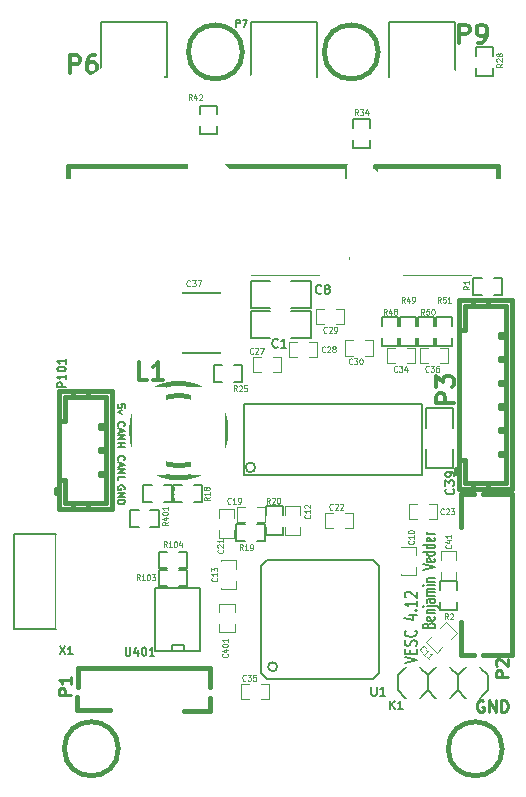
<source format=gto>
G04 #@! TF.FileFunction,Legend,Top*
%FSLAX46Y46*%
G04 Gerber Fmt 4.6, Leading zero omitted, Abs format (unit mm)*
G04 Created by KiCad (PCBNEW 4.0.1-stable) date 2016-02-08 6:25:09 PM*
%MOMM*%
G01*
G04 APERTURE LIST*
%ADD10C,0.150000*%
%ADD11C,0.200000*%
%ADD12C,0.250000*%
%ADD13C,0.400000*%
%ADD14C,0.381000*%
%ADD15C,0.066040*%
%ADD16C,0.152400*%
%ADD17C,0.127000*%
%ADD18C,0.119380*%
%ADD19C,0.099060*%
%ADD20C,0.175000*%
%ADD21C,0.304800*%
%ADD22C,0.149860*%
%ADD23C,0.114300*%
%ADD24C,1.300480*%
%ADD25R,1.699260X1.198880*%
%ADD26O,1.699260X1.198880*%
%ADD27R,10.800080X8.150860*%
%ADD28R,0.899160X3.200400*%
%ADD29O,1.524000X3.048000*%
%ADD30C,4.064000*%
%ADD31R,1.849120X5.499100*%
%ADD32R,2.997200X7.498080*%
%ADD33R,5.000000X4.000000*%
%ADD34R,0.300000X1.300480*%
%ADD35R,1.300480X0.300000*%
%ADD36R,0.299720X1.501140*%
%ADD37R,7.000240X3.599180*%
%ADD38R,1.524000X2.032000*%
%ADD39R,1.143000X0.635000*%
%ADD40R,0.635000X1.143000*%
%ADD41R,2.032000X1.524000*%
%ADD42R,1.399540X0.599440*%
%ADD43R,1.500000X0.500000*%
%ADD44R,2.200000X2.400000*%
%ADD45R,2.200000X2.000000*%
%ADD46C,1.000000*%
%ADD47R,1.300000X1.300000*%
%ADD48C,1.300000*%
%ADD49C,0.254000*%
G04 APERTURE END LIST*
D10*
D11*
X74930000Y-123825000D02*
X78486000Y-123825000D01*
X74930000Y-131826000D02*
X74930000Y-123825000D01*
X78486000Y-131826000D02*
X74930000Y-131826000D01*
D10*
X84328571Y-113114285D02*
X84328571Y-112828571D01*
X84042857Y-112800000D01*
X84071429Y-112828571D01*
X84100000Y-112885714D01*
X84100000Y-113028571D01*
X84071429Y-113085714D01*
X84042857Y-113114285D01*
X83985714Y-113142857D01*
X83842857Y-113142857D01*
X83785714Y-113114285D01*
X83757143Y-113085714D01*
X83728571Y-113028571D01*
X83728571Y-112885714D01*
X83757143Y-112828571D01*
X83785714Y-112800000D01*
X84128571Y-113342857D02*
X83728571Y-113485714D01*
X84128571Y-113628572D01*
X83785714Y-114700000D02*
X83757143Y-114671429D01*
X83728571Y-114585715D01*
X83728571Y-114528572D01*
X83757143Y-114442857D01*
X83814286Y-114385715D01*
X83871429Y-114357143D01*
X83985714Y-114328572D01*
X84071429Y-114328572D01*
X84185714Y-114357143D01*
X84242857Y-114385715D01*
X84300000Y-114442857D01*
X84328571Y-114528572D01*
X84328571Y-114585715D01*
X84300000Y-114671429D01*
X84271429Y-114700000D01*
X83900000Y-114928572D02*
X83900000Y-115214286D01*
X83728571Y-114871429D02*
X84328571Y-115071429D01*
X83728571Y-115271429D01*
X83728571Y-115471429D02*
X84328571Y-115471429D01*
X83728571Y-115814286D01*
X84328571Y-115814286D01*
X83728571Y-116100000D02*
X84328571Y-116100000D01*
X84042857Y-116100000D02*
X84042857Y-116442857D01*
X83728571Y-116442857D02*
X84328571Y-116442857D01*
X83785714Y-117571429D02*
X83757143Y-117542858D01*
X83728571Y-117457144D01*
X83728571Y-117400001D01*
X83757143Y-117314286D01*
X83814286Y-117257144D01*
X83871429Y-117228572D01*
X83985714Y-117200001D01*
X84071429Y-117200001D01*
X84185714Y-117228572D01*
X84242857Y-117257144D01*
X84300000Y-117314286D01*
X84328571Y-117400001D01*
X84328571Y-117457144D01*
X84300000Y-117542858D01*
X84271429Y-117571429D01*
X83900000Y-117800001D02*
X83900000Y-118085715D01*
X83728571Y-117742858D02*
X84328571Y-117942858D01*
X83728571Y-118142858D01*
X83728571Y-118342858D02*
X84328571Y-118342858D01*
X83728571Y-118685715D01*
X84328571Y-118685715D01*
X83728571Y-119257143D02*
X83728571Y-118971429D01*
X84328571Y-118971429D01*
X84300000Y-120042858D02*
X84328571Y-119985715D01*
X84328571Y-119900001D01*
X84300000Y-119814286D01*
X84242857Y-119757144D01*
X84185714Y-119728572D01*
X84071429Y-119700001D01*
X83985714Y-119700001D01*
X83871429Y-119728572D01*
X83814286Y-119757144D01*
X83757143Y-119814286D01*
X83728571Y-119900001D01*
X83728571Y-119957144D01*
X83757143Y-120042858D01*
X83785714Y-120071429D01*
X83985714Y-120071429D01*
X83985714Y-119957144D01*
X83728571Y-120328572D02*
X84328571Y-120328572D01*
X83728571Y-120671429D01*
X84328571Y-120671429D01*
X83728571Y-120957143D02*
X84328571Y-120957143D01*
X84328571Y-121100000D01*
X84300000Y-121185715D01*
X84242857Y-121242857D01*
X84185714Y-121271429D01*
X84071429Y-121300000D01*
X83985714Y-121300000D01*
X83871429Y-121271429D01*
X83814286Y-121242857D01*
X83757143Y-121185715D01*
X83728571Y-121100000D01*
X83728571Y-120957143D01*
D12*
X114688096Y-137926000D02*
X114592858Y-137878381D01*
X114450001Y-137878381D01*
X114307143Y-137926000D01*
X114211905Y-138021238D01*
X114164286Y-138116476D01*
X114116667Y-138306952D01*
X114116667Y-138449810D01*
X114164286Y-138640286D01*
X114211905Y-138735524D01*
X114307143Y-138830762D01*
X114450001Y-138878381D01*
X114545239Y-138878381D01*
X114688096Y-138830762D01*
X114735715Y-138783143D01*
X114735715Y-138449810D01*
X114545239Y-138449810D01*
X115164286Y-138878381D02*
X115164286Y-137878381D01*
X115735715Y-138878381D01*
X115735715Y-137878381D01*
X116211905Y-138878381D02*
X116211905Y-137878381D01*
X116450000Y-137878381D01*
X116592858Y-137926000D01*
X116688096Y-138021238D01*
X116735715Y-138116476D01*
X116783334Y-138306952D01*
X116783334Y-138449810D01*
X116735715Y-138640286D01*
X116688096Y-138735524D01*
X116592858Y-138830762D01*
X116450000Y-138878381D01*
X116211905Y-138878381D01*
D10*
X110037571Y-131551438D02*
X110085190Y-131457095D01*
X110132810Y-131425647D01*
X110228048Y-131394199D01*
X110370905Y-131394199D01*
X110466143Y-131425647D01*
X110513762Y-131457095D01*
X110561381Y-131519990D01*
X110561381Y-131771571D01*
X109561381Y-131771571D01*
X109561381Y-131551438D01*
X109609000Y-131488542D01*
X109656619Y-131457095D01*
X109751857Y-131425647D01*
X109847095Y-131425647D01*
X109942333Y-131457095D01*
X109989952Y-131488542D01*
X110037571Y-131551438D01*
X110037571Y-131771571D01*
X110513762Y-130859590D02*
X110561381Y-130922485D01*
X110561381Y-131048276D01*
X110513762Y-131111171D01*
X110418524Y-131142619D01*
X110037571Y-131142619D01*
X109942333Y-131111171D01*
X109894714Y-131048276D01*
X109894714Y-130922485D01*
X109942333Y-130859590D01*
X110037571Y-130828142D01*
X110132810Y-130828142D01*
X110228048Y-131142619D01*
X109894714Y-130545114D02*
X110561381Y-130545114D01*
X109989952Y-130545114D02*
X109942333Y-130513666D01*
X109894714Y-130450771D01*
X109894714Y-130356428D01*
X109942333Y-130293533D01*
X110037571Y-130262085D01*
X110561381Y-130262085D01*
X109894714Y-129947609D02*
X110751857Y-129947609D01*
X110847095Y-129979057D01*
X110894714Y-130041952D01*
X110894714Y-130073399D01*
X109561381Y-129947609D02*
X109609000Y-129979057D01*
X109656619Y-129947609D01*
X109609000Y-129916161D01*
X109561381Y-129947609D01*
X109656619Y-129947609D01*
X110561381Y-129350104D02*
X110037571Y-129350104D01*
X109942333Y-129381552D01*
X109894714Y-129444447D01*
X109894714Y-129570238D01*
X109942333Y-129633133D01*
X110513762Y-129350104D02*
X110561381Y-129413000D01*
X110561381Y-129570238D01*
X110513762Y-129633133D01*
X110418524Y-129664581D01*
X110323286Y-129664581D01*
X110228048Y-129633133D01*
X110180429Y-129570238D01*
X110180429Y-129413000D01*
X110132810Y-129350104D01*
X110561381Y-129035628D02*
X109894714Y-129035628D01*
X109989952Y-129035628D02*
X109942333Y-129004180D01*
X109894714Y-128941285D01*
X109894714Y-128846942D01*
X109942333Y-128784047D01*
X110037571Y-128752599D01*
X110561381Y-128752599D01*
X110037571Y-128752599D02*
X109942333Y-128721152D01*
X109894714Y-128658256D01*
X109894714Y-128563914D01*
X109942333Y-128501018D01*
X110037571Y-128469571D01*
X110561381Y-128469571D01*
X110561381Y-128155095D02*
X109894714Y-128155095D01*
X109561381Y-128155095D02*
X109609000Y-128186543D01*
X109656619Y-128155095D01*
X109609000Y-128123647D01*
X109561381Y-128155095D01*
X109656619Y-128155095D01*
X109894714Y-127840619D02*
X110561381Y-127840619D01*
X109989952Y-127840619D02*
X109942333Y-127809171D01*
X109894714Y-127746276D01*
X109894714Y-127651933D01*
X109942333Y-127589038D01*
X110037571Y-127557590D01*
X110561381Y-127557590D01*
X109561381Y-126834295D02*
X110561381Y-126614161D01*
X109561381Y-126394028D01*
X110513762Y-125922314D02*
X110561381Y-125985209D01*
X110561381Y-126111000D01*
X110513762Y-126173895D01*
X110418524Y-126205343D01*
X110037571Y-126205343D01*
X109942333Y-126173895D01*
X109894714Y-126111000D01*
X109894714Y-125985209D01*
X109942333Y-125922314D01*
X110037571Y-125890866D01*
X110132810Y-125890866D01*
X110228048Y-126205343D01*
X110561381Y-125324809D02*
X109561381Y-125324809D01*
X110513762Y-125324809D02*
X110561381Y-125387705D01*
X110561381Y-125513495D01*
X110513762Y-125576390D01*
X110466143Y-125607838D01*
X110370905Y-125639286D01*
X110085190Y-125639286D01*
X109989952Y-125607838D01*
X109942333Y-125576390D01*
X109894714Y-125513495D01*
X109894714Y-125387705D01*
X109942333Y-125324809D01*
X110561381Y-124727304D02*
X109561381Y-124727304D01*
X110513762Y-124727304D02*
X110561381Y-124790200D01*
X110561381Y-124915990D01*
X110513762Y-124978885D01*
X110466143Y-125010333D01*
X110370905Y-125041781D01*
X110085190Y-125041781D01*
X109989952Y-125010333D01*
X109942333Y-124978885D01*
X109894714Y-124915990D01*
X109894714Y-124790200D01*
X109942333Y-124727304D01*
X110513762Y-124161247D02*
X110561381Y-124224142D01*
X110561381Y-124349933D01*
X110513762Y-124412828D01*
X110418524Y-124444276D01*
X110037571Y-124444276D01*
X109942333Y-124412828D01*
X109894714Y-124349933D01*
X109894714Y-124224142D01*
X109942333Y-124161247D01*
X110037571Y-124129799D01*
X110132810Y-124129799D01*
X110228048Y-124444276D01*
X110561381Y-123846771D02*
X109894714Y-123846771D01*
X110085190Y-123846771D02*
X109989952Y-123815323D01*
X109942333Y-123783876D01*
X109894714Y-123720980D01*
X109894714Y-123658085D01*
X108037381Y-134746620D02*
X109037381Y-134479953D01*
X108037381Y-134213286D01*
X108513571Y-133946620D02*
X108513571Y-133679953D01*
X109037381Y-133565667D02*
X109037381Y-133946620D01*
X108037381Y-133946620D01*
X108037381Y-133565667D01*
X108989762Y-133260905D02*
X109037381Y-133146619D01*
X109037381Y-132956143D01*
X108989762Y-132879953D01*
X108942143Y-132841857D01*
X108846905Y-132803762D01*
X108751667Y-132803762D01*
X108656429Y-132841857D01*
X108608810Y-132879953D01*
X108561190Y-132956143D01*
X108513571Y-133108524D01*
X108465952Y-133184715D01*
X108418333Y-133222810D01*
X108323095Y-133260905D01*
X108227857Y-133260905D01*
X108132619Y-133222810D01*
X108085000Y-133184715D01*
X108037381Y-133108524D01*
X108037381Y-132918048D01*
X108085000Y-132803762D01*
X108942143Y-132003762D02*
X108989762Y-132041857D01*
X109037381Y-132156143D01*
X109037381Y-132232333D01*
X108989762Y-132346619D01*
X108894524Y-132422810D01*
X108799286Y-132460905D01*
X108608810Y-132499000D01*
X108465952Y-132499000D01*
X108275476Y-132460905D01*
X108180238Y-132422810D01*
X108085000Y-132346619D01*
X108037381Y-132232333D01*
X108037381Y-132156143D01*
X108085000Y-132041857D01*
X108132619Y-132003762D01*
X108370714Y-130708524D02*
X109037381Y-130708524D01*
X107989762Y-130899000D02*
X108704048Y-131089476D01*
X108704048Y-130594238D01*
X108942143Y-130289476D02*
X108989762Y-130251381D01*
X109037381Y-130289476D01*
X108989762Y-130327571D01*
X108942143Y-130289476D01*
X109037381Y-130289476D01*
X109037381Y-129489476D02*
X109037381Y-129946619D01*
X109037381Y-129718048D02*
X108037381Y-129718048D01*
X108180238Y-129794238D01*
X108275476Y-129870429D01*
X108323095Y-129946619D01*
X108132619Y-129184714D02*
X108085000Y-129146619D01*
X108037381Y-129070428D01*
X108037381Y-128879952D01*
X108085000Y-128803762D01*
X108132619Y-128765666D01*
X108227857Y-128727571D01*
X108323095Y-128727571D01*
X108465952Y-128765666D01*
X109037381Y-129222809D01*
X109037381Y-128727571D01*
D13*
X89386000Y-138774800D02*
X91570400Y-138774800D01*
X91570400Y-138774800D02*
X91570400Y-137708000D01*
X80343600Y-136793600D02*
X80343600Y-135168000D01*
X80343600Y-135168000D02*
X91570400Y-135168000D01*
X91570400Y-135168000D02*
X91570400Y-136793600D01*
D14*
X80300420Y-138701140D02*
X80300420Y-137598780D01*
X83099500Y-138701140D02*
X80300420Y-138701140D01*
X82250860Y-116626940D02*
X82751240Y-116626940D01*
X82250860Y-116825060D02*
X82250860Y-116626940D01*
X82751240Y-116825060D02*
X82250860Y-116825060D01*
X83249080Y-121727260D02*
X83249080Y-111724740D01*
X82751240Y-112225120D02*
X82751240Y-121226880D01*
X78750740Y-121727260D02*
X78750740Y-111724740D01*
X82250860Y-118628460D02*
X82751240Y-118628460D01*
X82250860Y-118826580D02*
X82250860Y-118628460D01*
X82751240Y-118826580D02*
X82250860Y-118826580D01*
X82751240Y-114826080D02*
X82250860Y-114826080D01*
X82250860Y-114826080D02*
X82250860Y-114627960D01*
X82250860Y-114627960D02*
X82751240Y-114627960D01*
X79949620Y-111724740D02*
X79949620Y-112225120D01*
X81250100Y-112225120D02*
X81250100Y-111724740D01*
X81250100Y-121226880D02*
X81250100Y-121727260D01*
X79949620Y-121226880D02*
X79949620Y-121727260D01*
X78750740Y-119227900D02*
X79251120Y-119227900D01*
X79251120Y-119227900D02*
X79251120Y-121226880D01*
X79251120Y-121226880D02*
X82751240Y-121226880D01*
X82751240Y-112225120D02*
X79251120Y-112225120D01*
X79251120Y-112225120D02*
X79251120Y-114224100D01*
X79251120Y-114224100D02*
X78750740Y-114224100D01*
X78750740Y-121727260D02*
X83249080Y-121727260D01*
X78750740Y-111724740D02*
X83249080Y-111724740D01*
X78750740Y-120028000D02*
X78550080Y-120028000D01*
X78550080Y-120028000D02*
X78550080Y-120327720D01*
X78550080Y-120327720D02*
X78750740Y-120327720D01*
X112798860Y-134053580D02*
X113901220Y-134053580D01*
X117099080Y-134053580D02*
X114698780Y-134053580D01*
X112798860Y-120454420D02*
X113901220Y-120454420D01*
X117099080Y-120454420D02*
X114698780Y-120454420D01*
X112798860Y-123253500D02*
X112798860Y-120454420D01*
X117099080Y-120454420D02*
X117099080Y-134053580D01*
X112798860Y-134053580D02*
X112798860Y-131254500D01*
X79509620Y-92649040D02*
X89908380Y-92649040D01*
X89908380Y-92649040D02*
X89908380Y-100446840D01*
X89908380Y-100446840D02*
X87508080Y-101747320D01*
X87508080Y-101747320D02*
X81909920Y-101747320D01*
X81909920Y-101747320D02*
X79509620Y-100446840D01*
X79509620Y-100446840D02*
X79509620Y-92649040D01*
D15*
X110998000Y-136652000D02*
X111506000Y-136652000D01*
X111506000Y-136652000D02*
X111506000Y-136144000D01*
X110998000Y-136144000D02*
X111506000Y-136144000D01*
X110998000Y-136652000D02*
X110998000Y-136144000D01*
X108458000Y-136652000D02*
X108966000Y-136652000D01*
X108966000Y-136652000D02*
X108966000Y-136144000D01*
X108458000Y-136144000D02*
X108966000Y-136144000D01*
X108458000Y-136652000D02*
X108458000Y-136144000D01*
X113538000Y-136652000D02*
X114046000Y-136652000D01*
X114046000Y-136652000D02*
X114046000Y-136144000D01*
X113538000Y-136144000D02*
X114046000Y-136144000D01*
X113538000Y-136652000D02*
X113538000Y-136144000D01*
D16*
X108077000Y-135128000D02*
X109347000Y-135128000D01*
X109347000Y-135128000D02*
X109982000Y-135763000D01*
X109982000Y-135763000D02*
X109982000Y-137033000D01*
X109982000Y-137033000D02*
X109347000Y-137668000D01*
X109982000Y-135763000D02*
X110617000Y-135128000D01*
X110617000Y-135128000D02*
X111887000Y-135128000D01*
X111887000Y-135128000D02*
X112522000Y-135763000D01*
X112522000Y-135763000D02*
X112522000Y-137033000D01*
X112522000Y-137033000D02*
X111887000Y-137668000D01*
X111887000Y-137668000D02*
X110617000Y-137668000D01*
X110617000Y-137668000D02*
X109982000Y-137033000D01*
X107442000Y-135763000D02*
X107442000Y-137033000D01*
X108077000Y-135128000D02*
X107442000Y-135763000D01*
X107442000Y-137033000D02*
X108077000Y-137668000D01*
X109347000Y-137668000D02*
X108077000Y-137668000D01*
X112522000Y-135763000D02*
X113157000Y-135128000D01*
X113157000Y-135128000D02*
X114427000Y-135128000D01*
X114427000Y-135128000D02*
X115062000Y-135763000D01*
X115062000Y-135763000D02*
X115062000Y-137033000D01*
X115062000Y-137033000D02*
X114427000Y-137668000D01*
X114427000Y-137668000D02*
X113157000Y-137668000D01*
X113157000Y-137668000D02*
X112522000Y-137033000D01*
D14*
X94286000Y-83000000D02*
G75*
G03X94286000Y-83000000I-2286000J0D01*
G01*
X105786000Y-83000000D02*
G75*
G03X105786000Y-83000000I-2286000J0D01*
G01*
D17*
X92964000Y-103378000D02*
X92964000Y-108458000D01*
X88646000Y-103378000D02*
X88646000Y-108458000D01*
X88011000Y-103378000D02*
X93599000Y-103378000D01*
X93599000Y-103378000D02*
X93599000Y-108458000D01*
X93599000Y-108458000D02*
X88011000Y-108458000D01*
X88011000Y-108458000D02*
X88011000Y-103378000D01*
D14*
X91899740Y-115062000D02*
G75*
G03X91899740Y-115062000I-2999740J0D01*
G01*
X86598760Y-111861600D02*
X86598760Y-118262400D01*
X91201240Y-118262400D02*
X91201240Y-111861600D01*
X92900500Y-115062000D02*
G75*
G03X92900500Y-115062000I-4000500J0D01*
G01*
D10*
X82290000Y-85104000D02*
X82290000Y-80504000D01*
X82290000Y-80504000D02*
X87890000Y-80504000D01*
X87890000Y-80504000D02*
X87890000Y-85104000D01*
X87890000Y-85104000D02*
X82290000Y-85104000D01*
X94990000Y-85104000D02*
X94990000Y-80504000D01*
X94990000Y-80504000D02*
X100590000Y-80504000D01*
X100590000Y-80504000D02*
X100590000Y-85104000D01*
X100590000Y-85104000D02*
X94990000Y-85104000D01*
X106674000Y-85104000D02*
X106674000Y-80504000D01*
X106674000Y-80504000D02*
X112274000Y-80504000D01*
X112274000Y-80504000D02*
X112274000Y-85104000D01*
X112274000Y-85104000D02*
X106674000Y-85104000D01*
D14*
X105544620Y-92649040D02*
X115943380Y-92649040D01*
X115943380Y-92649040D02*
X115943380Y-100446840D01*
X115943380Y-100446840D02*
X113543080Y-101747320D01*
X113543080Y-101747320D02*
X107944920Y-101747320D01*
X107944920Y-101747320D02*
X105544620Y-100446840D01*
X105544620Y-100446840D02*
X105544620Y-92649040D01*
X92717620Y-92649040D02*
X103116380Y-92649040D01*
X103116380Y-92649040D02*
X103116380Y-100446840D01*
X103116380Y-100446840D02*
X100716080Y-101747320D01*
X100716080Y-101747320D02*
X95117920Y-101747320D01*
X95117920Y-101747320D02*
X92717620Y-100446840D01*
X92717620Y-100446840D02*
X92717620Y-92649040D01*
D17*
X105333800Y-136067800D02*
X96342200Y-136067800D01*
X105841800Y-135559800D02*
X105841800Y-126568200D01*
X96342200Y-126060200D02*
X105333800Y-126060200D01*
X95834200Y-135559800D02*
X95834200Y-126568200D01*
X97231200Y-135051800D02*
G75*
G03X97231200Y-135051800I-381000J0D01*
G01*
X96342200Y-136067800D02*
X95834200Y-135559800D01*
X105841800Y-135559800D02*
X105333800Y-136067800D01*
X105333800Y-126060200D02*
X105841800Y-126568200D01*
X95834200Y-126568200D02*
X96342200Y-126060200D01*
X94457520Y-118823740D02*
X109456220Y-118823740D01*
X109456220Y-112824260D02*
X94457520Y-112824260D01*
X109456220Y-112824260D02*
X109456220Y-118823740D01*
X94457520Y-118823740D02*
X94457520Y-112824260D01*
X95379738Y-118181120D02*
G75*
G03X95379738Y-118181120I-406598J0D01*
G01*
D14*
X116286000Y-142000000D02*
G75*
G03X116286000Y-142000000I-2286000J0D01*
G01*
X83786000Y-142000000D02*
G75*
G03X83786000Y-142000000I-2286000J0D01*
G01*
D17*
X94996000Y-104902000D02*
X94996000Y-107188000D01*
X94996000Y-107188000D02*
X96647000Y-107188000D01*
X98425000Y-104902000D02*
X100076000Y-104902000D01*
X100076000Y-104902000D02*
X100076000Y-107188000D01*
X100076000Y-107188000D02*
X98425000Y-107188000D01*
X96647000Y-104902000D02*
X94996000Y-104902000D01*
X94996000Y-102362000D02*
X94996000Y-104648000D01*
X94996000Y-104648000D02*
X96647000Y-104648000D01*
X98425000Y-102362000D02*
X100076000Y-102362000D01*
X100076000Y-102362000D02*
X100076000Y-104648000D01*
X100076000Y-104648000D02*
X98425000Y-104648000D01*
X96647000Y-102362000D02*
X94996000Y-102362000D01*
D18*
X107680760Y-126611380D02*
X107680760Y-127309880D01*
X107680760Y-125610620D02*
X107680760Y-124912120D01*
X108981240Y-126611380D02*
X108981240Y-127309880D01*
X108981240Y-124912120D02*
X108981240Y-125610620D01*
X108966000Y-127309880D02*
X107696000Y-127309880D01*
X107696000Y-124912120D02*
X108966000Y-124912120D01*
X111938611Y-132693967D02*
X112432525Y-132200053D01*
X111230967Y-133401611D02*
X110737053Y-133895525D01*
X111019033Y-131774389D02*
X111512947Y-131280475D01*
X109817475Y-132975947D02*
X110311389Y-132482033D01*
X111523723Y-131291251D02*
X112421749Y-132189277D01*
X110726277Y-133884749D02*
X109828251Y-132986723D01*
X99202240Y-122181620D02*
X99202240Y-121483120D01*
X99202240Y-123182380D02*
X99202240Y-123880880D01*
X97901760Y-122181620D02*
X97901760Y-121483120D01*
X97901760Y-123880880D02*
X97901760Y-123182380D01*
X97917000Y-121483120D02*
X99187000Y-121483120D01*
X99187000Y-123880880D02*
X97917000Y-123880880D01*
X93741240Y-126753620D02*
X93741240Y-126055120D01*
X93741240Y-127754380D02*
X93741240Y-128452880D01*
X92440760Y-126753620D02*
X92440760Y-126055120D01*
X92440760Y-128452880D02*
X92440760Y-127754380D01*
X92456000Y-126055120D02*
X93726000Y-126055120D01*
X93726000Y-128452880D02*
X92456000Y-128452880D01*
X95496380Y-122824240D02*
X96194880Y-122824240D01*
X94495620Y-122824240D02*
X93797120Y-122824240D01*
X95496380Y-121523760D02*
X96194880Y-121523760D01*
X93797120Y-121523760D02*
X94495620Y-121523760D01*
X96194880Y-121539000D02*
X96194880Y-122809000D01*
X93797120Y-122809000D02*
X93797120Y-121539000D01*
X92313760Y-123436380D02*
X92313760Y-124134880D01*
X92313760Y-122435620D02*
X92313760Y-121737120D01*
X93614240Y-123436380D02*
X93614240Y-124134880D01*
X93614240Y-121737120D02*
X93614240Y-122435620D01*
X93599000Y-124134880D02*
X92329000Y-124134880D01*
X92329000Y-121737120D02*
X93599000Y-121737120D01*
X102989380Y-123332240D02*
X103687880Y-123332240D01*
X101988620Y-123332240D02*
X101290120Y-123332240D01*
X102989380Y-122031760D02*
X103687880Y-122031760D01*
X101290120Y-122031760D02*
X101988620Y-122031760D01*
X103687880Y-122047000D02*
X103687880Y-123317000D01*
X101290120Y-123317000D02*
X101290120Y-122047000D01*
X109100620Y-121269760D02*
X108402120Y-121269760D01*
X110101380Y-121269760D02*
X110799880Y-121269760D01*
X109100620Y-122570240D02*
X108402120Y-122570240D01*
X110799880Y-122570240D02*
X110101380Y-122570240D01*
X108402120Y-122555000D02*
X108402120Y-121285000D01*
X110799880Y-121285000D02*
X110799880Y-122555000D01*
X95892620Y-108823760D02*
X95194120Y-108823760D01*
X96893380Y-108823760D02*
X97591880Y-108823760D01*
X95892620Y-110124240D02*
X95194120Y-110124240D01*
X97591880Y-110124240D02*
X96893380Y-110124240D01*
X95194120Y-110109000D02*
X95194120Y-108839000D01*
X97591880Y-108839000D02*
X97591880Y-110109000D01*
X98940620Y-107553760D02*
X98242120Y-107553760D01*
X99941380Y-107553760D02*
X100639880Y-107553760D01*
X98940620Y-108854240D02*
X98242120Y-108854240D01*
X100639880Y-108854240D02*
X99941380Y-108854240D01*
X98242120Y-108839000D02*
X98242120Y-107569000D01*
X100639880Y-107569000D02*
X100639880Y-108839000D01*
X101226620Y-104759760D02*
X100528120Y-104759760D01*
X102227380Y-104759760D02*
X102925880Y-104759760D01*
X101226620Y-106060240D02*
X100528120Y-106060240D01*
X102925880Y-106060240D02*
X102227380Y-106060240D01*
X100528120Y-106045000D02*
X100528120Y-104775000D01*
X102925880Y-104775000D02*
X102925880Y-106045000D01*
X103639620Y-107426760D02*
X102941120Y-107426760D01*
X104640380Y-107426760D02*
X105338880Y-107426760D01*
X103639620Y-108727240D02*
X102941120Y-108727240D01*
X105338880Y-108727240D02*
X104640380Y-108727240D01*
X102941120Y-108712000D02*
X102941120Y-107442000D01*
X105338880Y-107442000D02*
X105338880Y-108712000D01*
X108196380Y-109362240D02*
X108894880Y-109362240D01*
X107195620Y-109362240D02*
X106497120Y-109362240D01*
X108196380Y-108061760D02*
X108894880Y-108061760D01*
X106497120Y-108061760D02*
X107195620Y-108061760D01*
X108894880Y-108077000D02*
X108894880Y-109347000D01*
X106497120Y-109347000D02*
X106497120Y-108077000D01*
X95877380Y-137810240D02*
X96575880Y-137810240D01*
X94876620Y-137810240D02*
X94178120Y-137810240D01*
X95877380Y-136509760D02*
X96575880Y-136509760D01*
X94178120Y-136509760D02*
X94876620Y-136509760D01*
X96575880Y-136525000D02*
X96575880Y-137795000D01*
X94178120Y-137795000D02*
X94178120Y-136525000D01*
X110990380Y-109362240D02*
X111688880Y-109362240D01*
X109989620Y-109362240D02*
X109291120Y-109362240D01*
X110990380Y-108061760D02*
X111688880Y-108061760D01*
X109291120Y-108061760D02*
X109989620Y-108061760D01*
X111688880Y-108077000D02*
X111688880Y-109347000D01*
X109291120Y-109347000D02*
X109291120Y-108077000D01*
D17*
X109855000Y-118237000D02*
X112141000Y-118237000D01*
X112141000Y-118237000D02*
X112141000Y-116586000D01*
X109855000Y-114808000D02*
X109855000Y-113157000D01*
X109855000Y-113157000D02*
X112141000Y-113157000D01*
X112141000Y-113157000D02*
X112141000Y-114808000D01*
X109855000Y-116586000D02*
X109855000Y-118237000D01*
D18*
X111109760Y-126992380D02*
X111109760Y-127690880D01*
X111109760Y-125991620D02*
X111109760Y-125293120D01*
X112410240Y-126992380D02*
X112410240Y-127690880D01*
X112410240Y-125293120D02*
X112410240Y-125991620D01*
X112395000Y-127690880D02*
X111125000Y-127690880D01*
X111125000Y-125293120D02*
X112395000Y-125293120D01*
X92349760Y-131450380D02*
X92349760Y-132148880D01*
X92349760Y-130449620D02*
X92349760Y-129751120D01*
X93650240Y-131450380D02*
X93650240Y-132148880D01*
X93650240Y-129751120D02*
X93650240Y-130449620D01*
X93635000Y-132148880D02*
X92365000Y-132148880D01*
X92365000Y-129751120D02*
X93635000Y-129751120D01*
D17*
X114561620Y-102171500D02*
X113855500Y-102171500D01*
X113855500Y-102171500D02*
X113855500Y-103568500D01*
X113855500Y-103568500D02*
X114561620Y-103568500D01*
X116268500Y-102171500D02*
X115562380Y-102171500D01*
X116268500Y-102171500D02*
X116268500Y-103568500D01*
X116268500Y-103568500D02*
X115562380Y-103568500D01*
X111061500Y-129532380D02*
X111061500Y-130238500D01*
X111061500Y-130238500D02*
X112458500Y-130238500D01*
X112458500Y-130238500D02*
X112458500Y-129532380D01*
X111061500Y-127825500D02*
X111061500Y-128531620D01*
X111061500Y-127825500D02*
X112458500Y-127825500D01*
X112458500Y-127825500D02*
X112458500Y-128531620D01*
X86621620Y-119697500D02*
X85915500Y-119697500D01*
X85915500Y-119697500D02*
X85915500Y-121094500D01*
X85915500Y-121094500D02*
X86621620Y-121094500D01*
X88328500Y-119697500D02*
X87622380Y-119697500D01*
X88328500Y-119697500D02*
X88328500Y-121094500D01*
X88328500Y-121094500D02*
X87622380Y-121094500D01*
X89161620Y-119697500D02*
X88455500Y-119697500D01*
X88455500Y-119697500D02*
X88455500Y-121094500D01*
X88455500Y-121094500D02*
X89161620Y-121094500D01*
X90868500Y-119697500D02*
X90162380Y-119697500D01*
X90868500Y-119697500D02*
X90868500Y-121094500D01*
X90868500Y-121094500D02*
X90162380Y-121094500D01*
X94495620Y-122999500D02*
X93789500Y-122999500D01*
X93789500Y-122999500D02*
X93789500Y-124396500D01*
X93789500Y-124396500D02*
X94495620Y-124396500D01*
X96202500Y-122999500D02*
X95496380Y-122999500D01*
X96202500Y-122999500D02*
X96202500Y-124396500D01*
X96202500Y-124396500D02*
X95496380Y-124396500D01*
X97726500Y-122181620D02*
X97726500Y-121475500D01*
X97726500Y-121475500D02*
X96329500Y-121475500D01*
X96329500Y-121475500D02*
X96329500Y-122181620D01*
X97726500Y-123888500D02*
X97726500Y-123182380D01*
X97726500Y-123888500D02*
X96329500Y-123888500D01*
X96329500Y-123888500D02*
X96329500Y-123182380D01*
X92590620Y-109537500D02*
X91884500Y-109537500D01*
X91884500Y-109537500D02*
X91884500Y-110934500D01*
X91884500Y-110934500D02*
X92590620Y-110934500D01*
X94297500Y-109537500D02*
X93591380Y-109537500D01*
X94297500Y-109537500D02*
X94297500Y-110934500D01*
X94297500Y-110934500D02*
X93591380Y-110934500D01*
X114109500Y-84320380D02*
X114109500Y-85026500D01*
X114109500Y-85026500D02*
X115506500Y-85026500D01*
X115506500Y-85026500D02*
X115506500Y-84320380D01*
X114109500Y-82613500D02*
X114109500Y-83319620D01*
X114109500Y-82613500D02*
X115506500Y-82613500D01*
X115506500Y-82613500D02*
X115506500Y-83319620D01*
X105092500Y-89415620D02*
X105092500Y-88709500D01*
X105092500Y-88709500D02*
X103695500Y-88709500D01*
X103695500Y-88709500D02*
X103695500Y-89415620D01*
X105092500Y-91122500D02*
X105092500Y-90416380D01*
X105092500Y-91122500D02*
X103695500Y-91122500D01*
X103695500Y-91122500D02*
X103695500Y-90416380D01*
X92138500Y-88272620D02*
X92138500Y-87566500D01*
X92138500Y-87566500D02*
X90741500Y-87566500D01*
X90741500Y-87566500D02*
X90741500Y-88272620D01*
X92138500Y-89979500D02*
X92138500Y-89273380D01*
X92138500Y-89979500D02*
X90741500Y-89979500D01*
X90741500Y-89979500D02*
X90741500Y-89273380D01*
X107505500Y-106179620D02*
X107505500Y-105473500D01*
X107505500Y-105473500D02*
X106108500Y-105473500D01*
X106108500Y-105473500D02*
X106108500Y-106179620D01*
X107505500Y-107886500D02*
X107505500Y-107180380D01*
X107505500Y-107886500D02*
X106108500Y-107886500D01*
X106108500Y-107886500D02*
X106108500Y-107180380D01*
X109029500Y-106179620D02*
X109029500Y-105473500D01*
X109029500Y-105473500D02*
X107632500Y-105473500D01*
X107632500Y-105473500D02*
X107632500Y-106179620D01*
X109029500Y-107886500D02*
X109029500Y-107180380D01*
X109029500Y-107886500D02*
X107632500Y-107886500D01*
X107632500Y-107886500D02*
X107632500Y-107180380D01*
X110553500Y-106179620D02*
X110553500Y-105473500D01*
X110553500Y-105473500D02*
X109156500Y-105473500D01*
X109156500Y-105473500D02*
X109156500Y-106179620D01*
X110553500Y-107886500D02*
X110553500Y-107180380D01*
X110553500Y-107886500D02*
X109156500Y-107886500D01*
X109156500Y-107886500D02*
X109156500Y-107180380D01*
X112077500Y-106179620D02*
X112077500Y-105473500D01*
X112077500Y-105473500D02*
X110680500Y-105473500D01*
X110680500Y-105473500D02*
X110680500Y-106179620D01*
X112077500Y-107886500D02*
X112077500Y-107180380D01*
X112077500Y-107886500D02*
X110680500Y-107886500D01*
X110680500Y-107886500D02*
X110680500Y-107180380D01*
X88900380Y-128248500D02*
X89606500Y-128248500D01*
X89606500Y-128248500D02*
X89606500Y-126851500D01*
X89606500Y-126851500D02*
X88900380Y-126851500D01*
X87193500Y-128248500D02*
X87899620Y-128248500D01*
X87193500Y-128248500D02*
X87193500Y-126851500D01*
X87193500Y-126851500D02*
X87899620Y-126851500D01*
X88900380Y-126698500D02*
X89606500Y-126698500D01*
X89606500Y-126698500D02*
X89606500Y-125301500D01*
X89606500Y-125301500D02*
X88900380Y-125301500D01*
X87193500Y-126698500D02*
X87899620Y-126698500D01*
X87193500Y-126698500D02*
X87193500Y-125301500D01*
X87193500Y-125301500D02*
X87899620Y-125301500D01*
X86500380Y-123198500D02*
X87206500Y-123198500D01*
X87206500Y-123198500D02*
X87206500Y-121801500D01*
X87206500Y-121801500D02*
X86500380Y-121801500D01*
X84793500Y-123198500D02*
X85499620Y-123198500D01*
X84793500Y-123198500D02*
X84793500Y-121801500D01*
X84793500Y-121801500D02*
X85499620Y-121801500D01*
X90578000Y-133717000D02*
X90705000Y-133717000D01*
X90705000Y-133717000D02*
X90705000Y-128383000D01*
X86895000Y-128383000D02*
X86895000Y-133717000D01*
X86895000Y-133717000D02*
X90578000Y-133717000D01*
X88292000Y-133717000D02*
X88292000Y-133209000D01*
X88292000Y-133209000D02*
X89308000Y-133209000D01*
X89308000Y-133209000D02*
X89308000Y-133717000D01*
X86895000Y-128383000D02*
X90705000Y-128383000D01*
D19*
X78450000Y-123800000D02*
X78450000Y-131800000D01*
D14*
X112600740Y-120015000D02*
X112600740Y-104013000D01*
X116601240Y-104513380D02*
X116601240Y-119514620D01*
X117099080Y-120015000D02*
X117099080Y-104013000D01*
X116601240Y-107116880D02*
X116100860Y-107116880D01*
X116100860Y-107116880D02*
X116100860Y-106918760D01*
X116100860Y-106918760D02*
X116601240Y-106918760D01*
X116601240Y-111117380D02*
X116100860Y-111117380D01*
X116100860Y-111117380D02*
X116100860Y-110919260D01*
X116100860Y-110919260D02*
X116601240Y-110919260D01*
X116100860Y-108917740D02*
X116601240Y-108917740D01*
X116100860Y-109115860D02*
X116100860Y-108917740D01*
X116601240Y-109115860D02*
X116100860Y-109115860D01*
X116100860Y-114917220D02*
X116601240Y-114917220D01*
X116100860Y-115115340D02*
X116100860Y-114917220D01*
X116601240Y-115115340D02*
X116100860Y-115115340D01*
X116100860Y-116918740D02*
X116601240Y-116918740D01*
X116100860Y-117116860D02*
X116100860Y-116918740D01*
X116601240Y-117116860D02*
X116100860Y-117116860D01*
X116601240Y-113116360D02*
X116100860Y-113116360D01*
X116100860Y-113116360D02*
X116100860Y-112918240D01*
X116100860Y-112918240D02*
X116601240Y-112918240D01*
X113799620Y-104015540D02*
X113799620Y-104515920D01*
X115100100Y-104515920D02*
X115100100Y-104015540D01*
X115100100Y-119517160D02*
X115100100Y-120017540D01*
X113799620Y-119517160D02*
X113799620Y-120017540D01*
X112600740Y-117518180D02*
X113101120Y-117518180D01*
X113101120Y-117518180D02*
X113101120Y-119517160D01*
X113101120Y-119517160D02*
X116601240Y-119517160D01*
X116601240Y-104515920D02*
X113101120Y-104515920D01*
X113101120Y-104515920D02*
X113101120Y-106514900D01*
X113101120Y-106514900D02*
X112600740Y-106514900D01*
X112600740Y-120017540D02*
X117099080Y-120017540D01*
X112600740Y-104015540D02*
X117099080Y-104015540D01*
X112600740Y-118318280D02*
X112400080Y-118318280D01*
X112400080Y-118318280D02*
X112400080Y-118618000D01*
X112400080Y-118618000D02*
X112600740Y-118618000D01*
D12*
X79752381Y-137438095D02*
X78752381Y-137438095D01*
X78752381Y-137057142D01*
X78800000Y-136961904D01*
X78847619Y-136914285D01*
X78942857Y-136866666D01*
X79085714Y-136866666D01*
X79180952Y-136914285D01*
X79228571Y-136961904D01*
X79276190Y-137057142D01*
X79276190Y-137438095D01*
X79752381Y-135914285D02*
X79752381Y-136485714D01*
X79752381Y-136200000D02*
X78752381Y-136200000D01*
X78895238Y-136295238D01*
X78990476Y-136390476D01*
X79038095Y-136485714D01*
D20*
X79316667Y-111383333D02*
X78616667Y-111383333D01*
X78616667Y-111116667D01*
X78650000Y-111050000D01*
X78683333Y-111016667D01*
X78750000Y-110983333D01*
X78850000Y-110983333D01*
X78916667Y-111016667D01*
X78950000Y-111050000D01*
X78983333Y-111116667D01*
X78983333Y-111383333D01*
X79316667Y-110316667D02*
X79316667Y-110716667D01*
X79316667Y-110516667D02*
X78616667Y-110516667D01*
X78716667Y-110583333D01*
X78783333Y-110650000D01*
X78816667Y-110716667D01*
X78616667Y-109883333D02*
X78616667Y-109816666D01*
X78650000Y-109750000D01*
X78683333Y-109716666D01*
X78750000Y-109683333D01*
X78883333Y-109650000D01*
X79050000Y-109650000D01*
X79183333Y-109683333D01*
X79250000Y-109716666D01*
X79283333Y-109750000D01*
X79316667Y-109816666D01*
X79316667Y-109883333D01*
X79283333Y-109950000D01*
X79250000Y-109983333D01*
X79183333Y-110016666D01*
X79050000Y-110050000D01*
X78883333Y-110050000D01*
X78750000Y-110016666D01*
X78683333Y-109983333D01*
X78650000Y-109950000D01*
X78616667Y-109883333D01*
X79316667Y-108983333D02*
X79316667Y-109383333D01*
X79316667Y-109183333D02*
X78616667Y-109183333D01*
X78716667Y-109249999D01*
X78783333Y-109316666D01*
X78816667Y-109383333D01*
D12*
X116752381Y-135938095D02*
X115752381Y-135938095D01*
X115752381Y-135557142D01*
X115800000Y-135461904D01*
X115847619Y-135414285D01*
X115942857Y-135366666D01*
X116085714Y-135366666D01*
X116180952Y-135414285D01*
X116228571Y-135461904D01*
X116276190Y-135557142D01*
X116276190Y-135938095D01*
X115847619Y-134985714D02*
X115800000Y-134938095D01*
X115752381Y-134842857D01*
X115752381Y-134604761D01*
X115800000Y-134509523D01*
X115847619Y-134461904D01*
X115942857Y-134414285D01*
X116038095Y-134414285D01*
X116180952Y-134461904D01*
X116752381Y-135033333D01*
X116752381Y-134414285D01*
D20*
X106798334Y-138619667D02*
X106798334Y-137919667D01*
X107198334Y-138619667D02*
X106898334Y-138219667D01*
X107198334Y-137919667D02*
X106798334Y-138319667D01*
X107865000Y-138619667D02*
X107465000Y-138619667D01*
X107665000Y-138619667D02*
X107665000Y-137919667D01*
X107598334Y-138019667D01*
X107531667Y-138086333D01*
X107465000Y-138119667D01*
D18*
X89848328Y-102794707D02*
X89824500Y-102818535D01*
X89753017Y-102842362D01*
X89705362Y-102842362D01*
X89633879Y-102818535D01*
X89586224Y-102770880D01*
X89562396Y-102723224D01*
X89538568Y-102627914D01*
X89538568Y-102556431D01*
X89562396Y-102461120D01*
X89586224Y-102413465D01*
X89633879Y-102365810D01*
X89705362Y-102341982D01*
X89753017Y-102341982D01*
X89824500Y-102365810D01*
X89848328Y-102389638D01*
X90015121Y-102341982D02*
X90324880Y-102341982D01*
X90158087Y-102532603D01*
X90229569Y-102532603D01*
X90277225Y-102556431D01*
X90301052Y-102580259D01*
X90324880Y-102627914D01*
X90324880Y-102747052D01*
X90301052Y-102794707D01*
X90277225Y-102818535D01*
X90229569Y-102842362D01*
X90086604Y-102842362D01*
X90038948Y-102818535D01*
X90015121Y-102794707D01*
X90491673Y-102341982D02*
X90825260Y-102341982D01*
X90610811Y-102842362D01*
D21*
X86246000Y-110789429D02*
X85520286Y-110789429D01*
X85520286Y-109265429D01*
X87552286Y-110789429D02*
X86681429Y-110789429D01*
X87116857Y-110789429D02*
X87116857Y-109265429D01*
X86971714Y-109483143D01*
X86826572Y-109628286D01*
X86681429Y-109700857D01*
X79675143Y-84789429D02*
X79675143Y-83265429D01*
X80255715Y-83265429D01*
X80400857Y-83338000D01*
X80473429Y-83410571D01*
X80546000Y-83555714D01*
X80546000Y-83773429D01*
X80473429Y-83918571D01*
X80400857Y-83991143D01*
X80255715Y-84063714D01*
X79675143Y-84063714D01*
X81852286Y-83265429D02*
X81562000Y-83265429D01*
X81416857Y-83338000D01*
X81344286Y-83410571D01*
X81199143Y-83628286D01*
X81126572Y-83918571D01*
X81126572Y-84499143D01*
X81199143Y-84644286D01*
X81271715Y-84716857D01*
X81416857Y-84789429D01*
X81707143Y-84789429D01*
X81852286Y-84716857D01*
X81924857Y-84644286D01*
X81997429Y-84499143D01*
X81997429Y-84136286D01*
X81924857Y-83991143D01*
X81852286Y-83918571D01*
X81707143Y-83846000D01*
X81416857Y-83846000D01*
X81271715Y-83918571D01*
X81199143Y-83991143D01*
X81126572Y-84136286D01*
D10*
X93757143Y-80871429D02*
X93757143Y-80271429D01*
X93985715Y-80271429D01*
X94042857Y-80300000D01*
X94071429Y-80328571D01*
X94100000Y-80385714D01*
X94100000Y-80471429D01*
X94071429Y-80528571D01*
X94042857Y-80557143D01*
X93985715Y-80585714D01*
X93757143Y-80585714D01*
X94300000Y-80271429D02*
X94700000Y-80271429D01*
X94442857Y-80871429D01*
D21*
X112667143Y-82223429D02*
X112667143Y-80699429D01*
X113247715Y-80699429D01*
X113392857Y-80772000D01*
X113465429Y-80844571D01*
X113538000Y-80989714D01*
X113538000Y-81207429D01*
X113465429Y-81352571D01*
X113392857Y-81425143D01*
X113247715Y-81497714D01*
X112667143Y-81497714D01*
X114263715Y-82223429D02*
X114554000Y-82223429D01*
X114699143Y-82150857D01*
X114771715Y-82078286D01*
X114916857Y-81860571D01*
X114989429Y-81570286D01*
X114989429Y-80989714D01*
X114916857Y-80844571D01*
X114844286Y-80772000D01*
X114699143Y-80699429D01*
X114408857Y-80699429D01*
X114263715Y-80772000D01*
X114191143Y-80844571D01*
X114118572Y-80989714D01*
X114118572Y-81352571D01*
X114191143Y-81497714D01*
X114263715Y-81570286D01*
X114408857Y-81642857D01*
X114699143Y-81642857D01*
X114844286Y-81570286D01*
X114916857Y-81497714D01*
X114989429Y-81352571D01*
D22*
X105220105Y-136749669D02*
X105220105Y-137356245D01*
X105255786Y-137427607D01*
X105291467Y-137463288D01*
X105362829Y-137498969D01*
X105505552Y-137498969D01*
X105576914Y-137463288D01*
X105612595Y-137427607D01*
X105648276Y-137356245D01*
X105648276Y-136749669D01*
X106397576Y-137498969D02*
X105969405Y-137498969D01*
X106183491Y-137498969D02*
X106183491Y-136749669D01*
X106112129Y-136856712D01*
X106040767Y-136928074D01*
X105969405Y-136963755D01*
X101283105Y-116683669D02*
X101283105Y-117290245D01*
X101318786Y-117361607D01*
X101354467Y-117397288D01*
X101425829Y-117432969D01*
X101568552Y-117432969D01*
X101639914Y-117397288D01*
X101675595Y-117361607D01*
X101711276Y-117290245D01*
X101711276Y-116683669D01*
X101996724Y-116683669D02*
X102460576Y-116683669D01*
X102210810Y-116969117D01*
X102317852Y-116969117D01*
X102389214Y-117004798D01*
X102424895Y-117040479D01*
X102460576Y-117111840D01*
X102460576Y-117290245D01*
X102424895Y-117361607D01*
X102389214Y-117397288D01*
X102317852Y-117432969D01*
X102103767Y-117432969D01*
X102032405Y-117397288D01*
X101996724Y-117361607D01*
D17*
X97282000Y-107968143D02*
X97245714Y-108004429D01*
X97136857Y-108040714D01*
X97064286Y-108040714D01*
X96955429Y-108004429D01*
X96882857Y-107931857D01*
X96846572Y-107859286D01*
X96810286Y-107714143D01*
X96810286Y-107605286D01*
X96846572Y-107460143D01*
X96882857Y-107387571D01*
X96955429Y-107315000D01*
X97064286Y-107278714D01*
X97136857Y-107278714D01*
X97245714Y-107315000D01*
X97282000Y-107351286D01*
X98007714Y-108040714D02*
X97572286Y-108040714D01*
X97790000Y-108040714D02*
X97790000Y-107278714D01*
X97717429Y-107387571D01*
X97644857Y-107460143D01*
X97572286Y-107496429D01*
X100965000Y-103396143D02*
X100928714Y-103432429D01*
X100819857Y-103468714D01*
X100747286Y-103468714D01*
X100638429Y-103432429D01*
X100565857Y-103359857D01*
X100529572Y-103287286D01*
X100493286Y-103142143D01*
X100493286Y-103033286D01*
X100529572Y-102888143D01*
X100565857Y-102815571D01*
X100638429Y-102743000D01*
X100747286Y-102706714D01*
X100819857Y-102706714D01*
X100928714Y-102743000D01*
X100965000Y-102779286D01*
X101400429Y-103033286D02*
X101327857Y-102997000D01*
X101291572Y-102960714D01*
X101255286Y-102888143D01*
X101255286Y-102851857D01*
X101291572Y-102779286D01*
X101327857Y-102743000D01*
X101400429Y-102706714D01*
X101545572Y-102706714D01*
X101618143Y-102743000D01*
X101654429Y-102779286D01*
X101690714Y-102851857D01*
X101690714Y-102888143D01*
X101654429Y-102960714D01*
X101618143Y-102997000D01*
X101545572Y-103033286D01*
X101400429Y-103033286D01*
X101327857Y-103069571D01*
X101291572Y-103105857D01*
X101255286Y-103178429D01*
X101255286Y-103323571D01*
X101291572Y-103396143D01*
X101327857Y-103432429D01*
X101400429Y-103468714D01*
X101545572Y-103468714D01*
X101618143Y-103432429D01*
X101654429Y-103396143D01*
X101690714Y-103323571D01*
X101690714Y-103178429D01*
X101654429Y-103105857D01*
X101618143Y-103069571D01*
X101545572Y-103033286D01*
D23*
X108766429Y-124372915D02*
X108790619Y-124394686D01*
X108814810Y-124460000D01*
X108814810Y-124503543D01*
X108790619Y-124568858D01*
X108742238Y-124612400D01*
X108693857Y-124634172D01*
X108597095Y-124655943D01*
X108524524Y-124655943D01*
X108427762Y-124634172D01*
X108379381Y-124612400D01*
X108331000Y-124568858D01*
X108306810Y-124503543D01*
X108306810Y-124460000D01*
X108331000Y-124394686D01*
X108355190Y-124372915D01*
X108814810Y-123937486D02*
X108814810Y-124198743D01*
X108814810Y-124068115D02*
X108306810Y-124068115D01*
X108379381Y-124111658D01*
X108427762Y-124155200D01*
X108451952Y-124198743D01*
X108306810Y-123654457D02*
X108306810Y-123610914D01*
X108331000Y-123567371D01*
X108355190Y-123545600D01*
X108403571Y-123523829D01*
X108500333Y-123502057D01*
X108621286Y-123502057D01*
X108718048Y-123523829D01*
X108766429Y-123545600D01*
X108790619Y-123567371D01*
X108814810Y-123610914D01*
X108814810Y-123654457D01*
X108790619Y-123698000D01*
X108766429Y-123719771D01*
X108718048Y-123741543D01*
X108621286Y-123763314D01*
X108500333Y-123763314D01*
X108403571Y-123741543D01*
X108355190Y-123719771D01*
X108331000Y-123698000D01*
X108306810Y-123654457D01*
X109518881Y-133778460D02*
X109486382Y-133780171D01*
X109423092Y-133751093D01*
X109392303Y-133720303D01*
X109363223Y-133657013D01*
X109366645Y-133592013D01*
X109385461Y-133542408D01*
X109438487Y-133458592D01*
X109489803Y-133407277D01*
X109573618Y-133354250D01*
X109623224Y-133335435D01*
X109688223Y-133332013D01*
X109751513Y-133361093D01*
X109782302Y-133391882D01*
X109811381Y-133455171D01*
X109809671Y-133487671D01*
X109792565Y-134120566D02*
X109607829Y-133935829D01*
X109700197Y-134028197D02*
X110059407Y-133668987D01*
X109977302Y-133689513D01*
X109912303Y-133692934D01*
X109864408Y-133679250D01*
X110100460Y-134428461D02*
X109915724Y-134243724D01*
X110008091Y-134336092D02*
X110367302Y-133976882D01*
X110285197Y-133997408D01*
X110220197Y-134000829D01*
X110172303Y-133987145D01*
X100003429Y-122213915D02*
X100027619Y-122235686D01*
X100051810Y-122301000D01*
X100051810Y-122344543D01*
X100027619Y-122409858D01*
X99979238Y-122453400D01*
X99930857Y-122475172D01*
X99834095Y-122496943D01*
X99761524Y-122496943D01*
X99664762Y-122475172D01*
X99616381Y-122453400D01*
X99568000Y-122409858D01*
X99543810Y-122344543D01*
X99543810Y-122301000D01*
X99568000Y-122235686D01*
X99592190Y-122213915D01*
X100051810Y-121778486D02*
X100051810Y-122039743D01*
X100051810Y-121909115D02*
X99543810Y-121909115D01*
X99616381Y-121952658D01*
X99664762Y-121996200D01*
X99688952Y-122039743D01*
X99592190Y-121604314D02*
X99568000Y-121582543D01*
X99543810Y-121539000D01*
X99543810Y-121430143D01*
X99568000Y-121386600D01*
X99592190Y-121364829D01*
X99640571Y-121343057D01*
X99688952Y-121343057D01*
X99761524Y-121364829D01*
X100051810Y-121626086D01*
X100051810Y-121343057D01*
X92129429Y-127547915D02*
X92153619Y-127569686D01*
X92177810Y-127635000D01*
X92177810Y-127678543D01*
X92153619Y-127743858D01*
X92105238Y-127787400D01*
X92056857Y-127809172D01*
X91960095Y-127830943D01*
X91887524Y-127830943D01*
X91790762Y-127809172D01*
X91742381Y-127787400D01*
X91694000Y-127743858D01*
X91669810Y-127678543D01*
X91669810Y-127635000D01*
X91694000Y-127569686D01*
X91718190Y-127547915D01*
X92177810Y-127112486D02*
X92177810Y-127373743D01*
X92177810Y-127243115D02*
X91669810Y-127243115D01*
X91742381Y-127286658D01*
X91790762Y-127330200D01*
X91814952Y-127373743D01*
X91669810Y-126960086D02*
X91669810Y-126677057D01*
X91863333Y-126829457D01*
X91863333Y-126764143D01*
X91887524Y-126720600D01*
X91911714Y-126698829D01*
X91960095Y-126677057D01*
X92081048Y-126677057D01*
X92129429Y-126698829D01*
X92153619Y-126720600D01*
X92177810Y-126764143D01*
X92177810Y-126894771D01*
X92153619Y-126938314D01*
X92129429Y-126960086D01*
X93305085Y-121212429D02*
X93283314Y-121236619D01*
X93218000Y-121260810D01*
X93174457Y-121260810D01*
X93109142Y-121236619D01*
X93065600Y-121188238D01*
X93043828Y-121139857D01*
X93022057Y-121043095D01*
X93022057Y-120970524D01*
X93043828Y-120873762D01*
X93065600Y-120825381D01*
X93109142Y-120777000D01*
X93174457Y-120752810D01*
X93218000Y-120752810D01*
X93283314Y-120777000D01*
X93305085Y-120801190D01*
X93740514Y-121260810D02*
X93479257Y-121260810D01*
X93609885Y-121260810D02*
X93609885Y-120752810D01*
X93566342Y-120825381D01*
X93522800Y-120873762D01*
X93479257Y-120897952D01*
X93958229Y-121260810D02*
X94045314Y-121260810D01*
X94088857Y-121236619D01*
X94110629Y-121212429D01*
X94154171Y-121139857D01*
X94175943Y-121043095D01*
X94175943Y-120849571D01*
X94154171Y-120801190D01*
X94132400Y-120777000D01*
X94088857Y-120752810D01*
X94001771Y-120752810D01*
X93958229Y-120777000D01*
X93936457Y-120801190D01*
X93914686Y-120849571D01*
X93914686Y-120970524D01*
X93936457Y-121018905D01*
X93958229Y-121043095D01*
X94001771Y-121067286D01*
X94088857Y-121067286D01*
X94132400Y-121043095D01*
X94154171Y-121018905D01*
X94175943Y-120970524D01*
X92637429Y-125134915D02*
X92661619Y-125156686D01*
X92685810Y-125222000D01*
X92685810Y-125265543D01*
X92661619Y-125330858D01*
X92613238Y-125374400D01*
X92564857Y-125396172D01*
X92468095Y-125417943D01*
X92395524Y-125417943D01*
X92298762Y-125396172D01*
X92250381Y-125374400D01*
X92202000Y-125330858D01*
X92177810Y-125265543D01*
X92177810Y-125222000D01*
X92202000Y-125156686D01*
X92226190Y-125134915D01*
X92226190Y-124960743D02*
X92202000Y-124938972D01*
X92177810Y-124895429D01*
X92177810Y-124786572D01*
X92202000Y-124743029D01*
X92226190Y-124721258D01*
X92274571Y-124699486D01*
X92322952Y-124699486D01*
X92395524Y-124721258D01*
X92685810Y-124982515D01*
X92685810Y-124699486D01*
X92685810Y-124264057D02*
X92685810Y-124525314D01*
X92685810Y-124394686D02*
X92177810Y-124394686D01*
X92250381Y-124438229D01*
X92298762Y-124481771D01*
X92322952Y-124525314D01*
X101941085Y-121720429D02*
X101919314Y-121744619D01*
X101854000Y-121768810D01*
X101810457Y-121768810D01*
X101745142Y-121744619D01*
X101701600Y-121696238D01*
X101679828Y-121647857D01*
X101658057Y-121551095D01*
X101658057Y-121478524D01*
X101679828Y-121381762D01*
X101701600Y-121333381D01*
X101745142Y-121285000D01*
X101810457Y-121260810D01*
X101854000Y-121260810D01*
X101919314Y-121285000D01*
X101941085Y-121309190D01*
X102115257Y-121309190D02*
X102137028Y-121285000D01*
X102180571Y-121260810D01*
X102289428Y-121260810D01*
X102332971Y-121285000D01*
X102354742Y-121309190D01*
X102376514Y-121357571D01*
X102376514Y-121405952D01*
X102354742Y-121478524D01*
X102093485Y-121768810D01*
X102376514Y-121768810D01*
X102550686Y-121309190D02*
X102572457Y-121285000D01*
X102616000Y-121260810D01*
X102724857Y-121260810D01*
X102768400Y-121285000D01*
X102790171Y-121309190D01*
X102811943Y-121357571D01*
X102811943Y-121405952D01*
X102790171Y-121478524D01*
X102528914Y-121768810D01*
X102811943Y-121768810D01*
X111339085Y-122101429D02*
X111317314Y-122125619D01*
X111252000Y-122149810D01*
X111208457Y-122149810D01*
X111143142Y-122125619D01*
X111099600Y-122077238D01*
X111077828Y-122028857D01*
X111056057Y-121932095D01*
X111056057Y-121859524D01*
X111077828Y-121762762D01*
X111099600Y-121714381D01*
X111143142Y-121666000D01*
X111208457Y-121641810D01*
X111252000Y-121641810D01*
X111317314Y-121666000D01*
X111339085Y-121690190D01*
X111513257Y-121690190D02*
X111535028Y-121666000D01*
X111578571Y-121641810D01*
X111687428Y-121641810D01*
X111730971Y-121666000D01*
X111752742Y-121690190D01*
X111774514Y-121738571D01*
X111774514Y-121786952D01*
X111752742Y-121859524D01*
X111491485Y-122149810D01*
X111774514Y-122149810D01*
X111926914Y-121641810D02*
X112209943Y-121641810D01*
X112057543Y-121835333D01*
X112122857Y-121835333D01*
X112166400Y-121859524D01*
X112188171Y-121883714D01*
X112209943Y-121932095D01*
X112209943Y-122053048D01*
X112188171Y-122101429D01*
X112166400Y-122125619D01*
X112122857Y-122149810D01*
X111992229Y-122149810D01*
X111948686Y-122125619D01*
X111926914Y-122101429D01*
X95210085Y-108512429D02*
X95188314Y-108536619D01*
X95123000Y-108560810D01*
X95079457Y-108560810D01*
X95014142Y-108536619D01*
X94970600Y-108488238D01*
X94948828Y-108439857D01*
X94927057Y-108343095D01*
X94927057Y-108270524D01*
X94948828Y-108173762D01*
X94970600Y-108125381D01*
X95014142Y-108077000D01*
X95079457Y-108052810D01*
X95123000Y-108052810D01*
X95188314Y-108077000D01*
X95210085Y-108101190D01*
X95384257Y-108101190D02*
X95406028Y-108077000D01*
X95449571Y-108052810D01*
X95558428Y-108052810D01*
X95601971Y-108077000D01*
X95623742Y-108101190D01*
X95645514Y-108149571D01*
X95645514Y-108197952D01*
X95623742Y-108270524D01*
X95362485Y-108560810D01*
X95645514Y-108560810D01*
X95797914Y-108052810D02*
X96102714Y-108052810D01*
X95906771Y-108560810D01*
X101306085Y-108385429D02*
X101284314Y-108409619D01*
X101219000Y-108433810D01*
X101175457Y-108433810D01*
X101110142Y-108409619D01*
X101066600Y-108361238D01*
X101044828Y-108312857D01*
X101023057Y-108216095D01*
X101023057Y-108143524D01*
X101044828Y-108046762D01*
X101066600Y-107998381D01*
X101110142Y-107950000D01*
X101175457Y-107925810D01*
X101219000Y-107925810D01*
X101284314Y-107950000D01*
X101306085Y-107974190D01*
X101480257Y-107974190D02*
X101502028Y-107950000D01*
X101545571Y-107925810D01*
X101654428Y-107925810D01*
X101697971Y-107950000D01*
X101719742Y-107974190D01*
X101741514Y-108022571D01*
X101741514Y-108070952D01*
X101719742Y-108143524D01*
X101458485Y-108433810D01*
X101741514Y-108433810D01*
X102002771Y-108143524D02*
X101959229Y-108119333D01*
X101937457Y-108095143D01*
X101915686Y-108046762D01*
X101915686Y-108022571D01*
X101937457Y-107974190D01*
X101959229Y-107950000D01*
X102002771Y-107925810D01*
X102089857Y-107925810D01*
X102133400Y-107950000D01*
X102155171Y-107974190D01*
X102176943Y-108022571D01*
X102176943Y-108046762D01*
X102155171Y-108095143D01*
X102133400Y-108119333D01*
X102089857Y-108143524D01*
X102002771Y-108143524D01*
X101959229Y-108167714D01*
X101937457Y-108191905D01*
X101915686Y-108240286D01*
X101915686Y-108337048D01*
X101937457Y-108385429D01*
X101959229Y-108409619D01*
X102002771Y-108433810D01*
X102089857Y-108433810D01*
X102133400Y-108409619D01*
X102155171Y-108385429D01*
X102176943Y-108337048D01*
X102176943Y-108240286D01*
X102155171Y-108191905D01*
X102133400Y-108167714D01*
X102089857Y-108143524D01*
X101433085Y-106734429D02*
X101411314Y-106758619D01*
X101346000Y-106782810D01*
X101302457Y-106782810D01*
X101237142Y-106758619D01*
X101193600Y-106710238D01*
X101171828Y-106661857D01*
X101150057Y-106565095D01*
X101150057Y-106492524D01*
X101171828Y-106395762D01*
X101193600Y-106347381D01*
X101237142Y-106299000D01*
X101302457Y-106274810D01*
X101346000Y-106274810D01*
X101411314Y-106299000D01*
X101433085Y-106323190D01*
X101607257Y-106323190D02*
X101629028Y-106299000D01*
X101672571Y-106274810D01*
X101781428Y-106274810D01*
X101824971Y-106299000D01*
X101846742Y-106323190D01*
X101868514Y-106371571D01*
X101868514Y-106419952D01*
X101846742Y-106492524D01*
X101585485Y-106782810D01*
X101868514Y-106782810D01*
X102086229Y-106782810D02*
X102173314Y-106782810D01*
X102216857Y-106758619D01*
X102238629Y-106734429D01*
X102282171Y-106661857D01*
X102303943Y-106565095D01*
X102303943Y-106371571D01*
X102282171Y-106323190D01*
X102260400Y-106299000D01*
X102216857Y-106274810D01*
X102129771Y-106274810D01*
X102086229Y-106299000D01*
X102064457Y-106323190D01*
X102042686Y-106371571D01*
X102042686Y-106492524D01*
X102064457Y-106540905D01*
X102086229Y-106565095D01*
X102129771Y-106589286D01*
X102216857Y-106589286D01*
X102260400Y-106565095D01*
X102282171Y-106540905D01*
X102303943Y-106492524D01*
X103592085Y-109401429D02*
X103570314Y-109425619D01*
X103505000Y-109449810D01*
X103461457Y-109449810D01*
X103396142Y-109425619D01*
X103352600Y-109377238D01*
X103330828Y-109328857D01*
X103309057Y-109232095D01*
X103309057Y-109159524D01*
X103330828Y-109062762D01*
X103352600Y-109014381D01*
X103396142Y-108966000D01*
X103461457Y-108941810D01*
X103505000Y-108941810D01*
X103570314Y-108966000D01*
X103592085Y-108990190D01*
X103744485Y-108941810D02*
X104027514Y-108941810D01*
X103875114Y-109135333D01*
X103940428Y-109135333D01*
X103983971Y-109159524D01*
X104005742Y-109183714D01*
X104027514Y-109232095D01*
X104027514Y-109353048D01*
X104005742Y-109401429D01*
X103983971Y-109425619D01*
X103940428Y-109449810D01*
X103809800Y-109449810D01*
X103766257Y-109425619D01*
X103744485Y-109401429D01*
X104310543Y-108941810D02*
X104354086Y-108941810D01*
X104397629Y-108966000D01*
X104419400Y-108990190D01*
X104441171Y-109038571D01*
X104462943Y-109135333D01*
X104462943Y-109256286D01*
X104441171Y-109353048D01*
X104419400Y-109401429D01*
X104397629Y-109425619D01*
X104354086Y-109449810D01*
X104310543Y-109449810D01*
X104267000Y-109425619D01*
X104245229Y-109401429D01*
X104223457Y-109353048D01*
X104201686Y-109256286D01*
X104201686Y-109135333D01*
X104223457Y-109038571D01*
X104245229Y-108990190D01*
X104267000Y-108966000D01*
X104310543Y-108941810D01*
X107402085Y-110036429D02*
X107380314Y-110060619D01*
X107315000Y-110084810D01*
X107271457Y-110084810D01*
X107206142Y-110060619D01*
X107162600Y-110012238D01*
X107140828Y-109963857D01*
X107119057Y-109867095D01*
X107119057Y-109794524D01*
X107140828Y-109697762D01*
X107162600Y-109649381D01*
X107206142Y-109601000D01*
X107271457Y-109576810D01*
X107315000Y-109576810D01*
X107380314Y-109601000D01*
X107402085Y-109625190D01*
X107554485Y-109576810D02*
X107837514Y-109576810D01*
X107685114Y-109770333D01*
X107750428Y-109770333D01*
X107793971Y-109794524D01*
X107815742Y-109818714D01*
X107837514Y-109867095D01*
X107837514Y-109988048D01*
X107815742Y-110036429D01*
X107793971Y-110060619D01*
X107750428Y-110084810D01*
X107619800Y-110084810D01*
X107576257Y-110060619D01*
X107554485Y-110036429D01*
X108229400Y-109746143D02*
X108229400Y-110084810D01*
X108120543Y-109552619D02*
X108011686Y-109915476D01*
X108294714Y-109915476D01*
X94575085Y-136198429D02*
X94553314Y-136222619D01*
X94488000Y-136246810D01*
X94444457Y-136246810D01*
X94379142Y-136222619D01*
X94335600Y-136174238D01*
X94313828Y-136125857D01*
X94292057Y-136029095D01*
X94292057Y-135956524D01*
X94313828Y-135859762D01*
X94335600Y-135811381D01*
X94379142Y-135763000D01*
X94444457Y-135738810D01*
X94488000Y-135738810D01*
X94553314Y-135763000D01*
X94575085Y-135787190D01*
X94727485Y-135738810D02*
X95010514Y-135738810D01*
X94858114Y-135932333D01*
X94923428Y-135932333D01*
X94966971Y-135956524D01*
X94988742Y-135980714D01*
X95010514Y-136029095D01*
X95010514Y-136150048D01*
X94988742Y-136198429D01*
X94966971Y-136222619D01*
X94923428Y-136246810D01*
X94792800Y-136246810D01*
X94749257Y-136222619D01*
X94727485Y-136198429D01*
X95424171Y-135738810D02*
X95206457Y-135738810D01*
X95184686Y-135980714D01*
X95206457Y-135956524D01*
X95250000Y-135932333D01*
X95358857Y-135932333D01*
X95402400Y-135956524D01*
X95424171Y-135980714D01*
X95445943Y-136029095D01*
X95445943Y-136150048D01*
X95424171Y-136198429D01*
X95402400Y-136222619D01*
X95358857Y-136246810D01*
X95250000Y-136246810D01*
X95206457Y-136222619D01*
X95184686Y-136198429D01*
X110069085Y-110036429D02*
X110047314Y-110060619D01*
X109982000Y-110084810D01*
X109938457Y-110084810D01*
X109873142Y-110060619D01*
X109829600Y-110012238D01*
X109807828Y-109963857D01*
X109786057Y-109867095D01*
X109786057Y-109794524D01*
X109807828Y-109697762D01*
X109829600Y-109649381D01*
X109873142Y-109601000D01*
X109938457Y-109576810D01*
X109982000Y-109576810D01*
X110047314Y-109601000D01*
X110069085Y-109625190D01*
X110221485Y-109576810D02*
X110504514Y-109576810D01*
X110352114Y-109770333D01*
X110417428Y-109770333D01*
X110460971Y-109794524D01*
X110482742Y-109818714D01*
X110504514Y-109867095D01*
X110504514Y-109988048D01*
X110482742Y-110036429D01*
X110460971Y-110060619D01*
X110417428Y-110084810D01*
X110286800Y-110084810D01*
X110243257Y-110060619D01*
X110221485Y-110036429D01*
X110896400Y-109576810D02*
X110809314Y-109576810D01*
X110765771Y-109601000D01*
X110744000Y-109625190D01*
X110700457Y-109697762D01*
X110678686Y-109794524D01*
X110678686Y-109988048D01*
X110700457Y-110036429D01*
X110722229Y-110060619D01*
X110765771Y-110084810D01*
X110852857Y-110084810D01*
X110896400Y-110060619D01*
X110918171Y-110036429D01*
X110939943Y-109988048D01*
X110939943Y-109867095D01*
X110918171Y-109818714D01*
X110896400Y-109794524D01*
X110852857Y-109770333D01*
X110765771Y-109770333D01*
X110722229Y-109794524D01*
X110700457Y-109818714D01*
X110678686Y-109867095D01*
D17*
X112159143Y-119996857D02*
X112195429Y-120033143D01*
X112231714Y-120142000D01*
X112231714Y-120214571D01*
X112195429Y-120323428D01*
X112122857Y-120396000D01*
X112050286Y-120432285D01*
X111905143Y-120468571D01*
X111796286Y-120468571D01*
X111651143Y-120432285D01*
X111578571Y-120396000D01*
X111506000Y-120323428D01*
X111469714Y-120214571D01*
X111469714Y-120142000D01*
X111506000Y-120033143D01*
X111542286Y-119996857D01*
X111469714Y-119742857D02*
X111469714Y-119271143D01*
X111760000Y-119525143D01*
X111760000Y-119416285D01*
X111796286Y-119343714D01*
X111832571Y-119307428D01*
X111905143Y-119271143D01*
X112086571Y-119271143D01*
X112159143Y-119307428D01*
X112195429Y-119343714D01*
X112231714Y-119416285D01*
X112231714Y-119634000D01*
X112195429Y-119706571D01*
X112159143Y-119742857D01*
X112231714Y-118908286D02*
X112231714Y-118763143D01*
X112195429Y-118690571D01*
X112159143Y-118654286D01*
X112050286Y-118581714D01*
X111905143Y-118545429D01*
X111614857Y-118545429D01*
X111542286Y-118581714D01*
X111506000Y-118618000D01*
X111469714Y-118690571D01*
X111469714Y-118835714D01*
X111506000Y-118908286D01*
X111542286Y-118944571D01*
X111614857Y-118980857D01*
X111796286Y-118980857D01*
X111868857Y-118944571D01*
X111905143Y-118908286D01*
X111941429Y-118835714D01*
X111941429Y-118690571D01*
X111905143Y-118618000D01*
X111868857Y-118581714D01*
X111796286Y-118545429D01*
D23*
X111941429Y-124753915D02*
X111965619Y-124775686D01*
X111989810Y-124841000D01*
X111989810Y-124884543D01*
X111965619Y-124949858D01*
X111917238Y-124993400D01*
X111868857Y-125015172D01*
X111772095Y-125036943D01*
X111699524Y-125036943D01*
X111602762Y-125015172D01*
X111554381Y-124993400D01*
X111506000Y-124949858D01*
X111481810Y-124884543D01*
X111481810Y-124841000D01*
X111506000Y-124775686D01*
X111530190Y-124753915D01*
X111651143Y-124362029D02*
X111989810Y-124362029D01*
X111457619Y-124470886D02*
X111820476Y-124579743D01*
X111820476Y-124296715D01*
X111989810Y-123883057D02*
X111989810Y-124144314D01*
X111989810Y-124013686D02*
X111481810Y-124013686D01*
X111554381Y-124057229D01*
X111602762Y-124100771D01*
X111626952Y-124144314D01*
X93018429Y-133988629D02*
X93042619Y-134010400D01*
X93066810Y-134075714D01*
X93066810Y-134119257D01*
X93042619Y-134184572D01*
X92994238Y-134228114D01*
X92945857Y-134249886D01*
X92849095Y-134271657D01*
X92776524Y-134271657D01*
X92679762Y-134249886D01*
X92631381Y-134228114D01*
X92583000Y-134184572D01*
X92558810Y-134119257D01*
X92558810Y-134075714D01*
X92583000Y-134010400D01*
X92607190Y-133988629D01*
X92728143Y-133596743D02*
X93066810Y-133596743D01*
X92534619Y-133705600D02*
X92897476Y-133814457D01*
X92897476Y-133531429D01*
X92558810Y-133270171D02*
X92558810Y-133226628D01*
X92583000Y-133183085D01*
X92607190Y-133161314D01*
X92655571Y-133139543D01*
X92752333Y-133117771D01*
X92873286Y-133117771D01*
X92970048Y-133139543D01*
X93018429Y-133161314D01*
X93042619Y-133183085D01*
X93066810Y-133226628D01*
X93066810Y-133270171D01*
X93042619Y-133313714D01*
X93018429Y-133335485D01*
X92970048Y-133357257D01*
X92873286Y-133379028D01*
X92752333Y-133379028D01*
X92655571Y-133357257D01*
X92607190Y-133335485D01*
X92583000Y-133313714D01*
X92558810Y-133270171D01*
X93066810Y-132682342D02*
X93066810Y-132943599D01*
X93066810Y-132812971D02*
X92558810Y-132812971D01*
X92631381Y-132856514D01*
X92679762Y-132900056D01*
X92703952Y-132943599D01*
X113510362Y-102819200D02*
X113272086Y-102971600D01*
X113510362Y-103080457D02*
X113009982Y-103080457D01*
X113009982Y-102906285D01*
X113033810Y-102862743D01*
X113057638Y-102840971D01*
X113105293Y-102819200D01*
X113176776Y-102819200D01*
X113224431Y-102840971D01*
X113248259Y-102862743D01*
X113272086Y-102906285D01*
X113272086Y-103080457D01*
X113510362Y-102383771D02*
X113510362Y-102645028D01*
X113510362Y-102514400D02*
X113009982Y-102514400D01*
X113081465Y-102557943D01*
X113129120Y-102601485D01*
X113152948Y-102645028D01*
X111683800Y-131036362D02*
X111531400Y-130798086D01*
X111422543Y-131036362D02*
X111422543Y-130535982D01*
X111596715Y-130535982D01*
X111640257Y-130559810D01*
X111662029Y-130583638D01*
X111683800Y-130631293D01*
X111683800Y-130702776D01*
X111662029Y-130750431D01*
X111640257Y-130774259D01*
X111596715Y-130798086D01*
X111422543Y-130798086D01*
X111857972Y-130583638D02*
X111879743Y-130559810D01*
X111923286Y-130535982D01*
X112032143Y-130535982D01*
X112075686Y-130559810D01*
X112097457Y-130583638D01*
X112119229Y-130631293D01*
X112119229Y-130678948D01*
X112097457Y-130750431D01*
X111836200Y-131036362D01*
X112119229Y-131036362D01*
X88983362Y-120713915D02*
X88745086Y-120866315D01*
X88983362Y-120975172D02*
X88482982Y-120975172D01*
X88482982Y-120801000D01*
X88506810Y-120757458D01*
X88530638Y-120735686D01*
X88578293Y-120713915D01*
X88649776Y-120713915D01*
X88697431Y-120735686D01*
X88721259Y-120757458D01*
X88745086Y-120801000D01*
X88745086Y-120975172D01*
X88983362Y-120278486D02*
X88983362Y-120539743D01*
X88983362Y-120409115D02*
X88482982Y-120409115D01*
X88554465Y-120452658D01*
X88602120Y-120496200D01*
X88625948Y-120539743D01*
X88482982Y-120126086D02*
X88482982Y-119821286D01*
X88983362Y-120017229D01*
X91523362Y-120713915D02*
X91285086Y-120866315D01*
X91523362Y-120975172D02*
X91022982Y-120975172D01*
X91022982Y-120801000D01*
X91046810Y-120757458D01*
X91070638Y-120735686D01*
X91118293Y-120713915D01*
X91189776Y-120713915D01*
X91237431Y-120735686D01*
X91261259Y-120757458D01*
X91285086Y-120801000D01*
X91285086Y-120975172D01*
X91523362Y-120278486D02*
X91523362Y-120539743D01*
X91523362Y-120409115D02*
X91022982Y-120409115D01*
X91094465Y-120452658D01*
X91142120Y-120496200D01*
X91165948Y-120539743D01*
X91237431Y-120017229D02*
X91213603Y-120060771D01*
X91189776Y-120082543D01*
X91142120Y-120104314D01*
X91118293Y-120104314D01*
X91070638Y-120082543D01*
X91046810Y-120060771D01*
X91022982Y-120017229D01*
X91022982Y-119930143D01*
X91046810Y-119886600D01*
X91070638Y-119864829D01*
X91118293Y-119843057D01*
X91142120Y-119843057D01*
X91189776Y-119864829D01*
X91213603Y-119886600D01*
X91237431Y-119930143D01*
X91237431Y-120017229D01*
X91261259Y-120060771D01*
X91285086Y-120082543D01*
X91332741Y-120104314D01*
X91428052Y-120104314D01*
X91475707Y-120082543D01*
X91499535Y-120060771D01*
X91523362Y-120017229D01*
X91523362Y-119930143D01*
X91499535Y-119886600D01*
X91475707Y-119864829D01*
X91428052Y-119843057D01*
X91332741Y-119843057D01*
X91285086Y-119864829D01*
X91261259Y-119886600D01*
X91237431Y-119930143D01*
X94321085Y-125194362D02*
X94168685Y-124956086D01*
X94059828Y-125194362D02*
X94059828Y-124693982D01*
X94234000Y-124693982D01*
X94277542Y-124717810D01*
X94299314Y-124741638D01*
X94321085Y-124789293D01*
X94321085Y-124860776D01*
X94299314Y-124908431D01*
X94277542Y-124932259D01*
X94234000Y-124956086D01*
X94059828Y-124956086D01*
X94756514Y-125194362D02*
X94495257Y-125194362D01*
X94625885Y-125194362D02*
X94625885Y-124693982D01*
X94582342Y-124765465D01*
X94538800Y-124813120D01*
X94495257Y-124836948D01*
X94974229Y-125194362D02*
X95061314Y-125194362D01*
X95104857Y-125170535D01*
X95126629Y-125146707D01*
X95170171Y-125075224D01*
X95191943Y-124979914D01*
X95191943Y-124789293D01*
X95170171Y-124741638D01*
X95148400Y-124717810D01*
X95104857Y-124693982D01*
X95017771Y-124693982D01*
X94974229Y-124717810D01*
X94952457Y-124741638D01*
X94930686Y-124789293D01*
X94930686Y-124908431D01*
X94952457Y-124956086D01*
X94974229Y-124979914D01*
X95017771Y-125003741D01*
X95104857Y-125003741D01*
X95148400Y-124979914D01*
X95170171Y-124956086D01*
X95191943Y-124908431D01*
X96607085Y-121257362D02*
X96454685Y-121019086D01*
X96345828Y-121257362D02*
X96345828Y-120756982D01*
X96520000Y-120756982D01*
X96563542Y-120780810D01*
X96585314Y-120804638D01*
X96607085Y-120852293D01*
X96607085Y-120923776D01*
X96585314Y-120971431D01*
X96563542Y-120995259D01*
X96520000Y-121019086D01*
X96345828Y-121019086D01*
X96781257Y-120804638D02*
X96803028Y-120780810D01*
X96846571Y-120756982D01*
X96955428Y-120756982D01*
X96998971Y-120780810D01*
X97020742Y-120804638D01*
X97042514Y-120852293D01*
X97042514Y-120899948D01*
X97020742Y-120971431D01*
X96759485Y-121257362D01*
X97042514Y-121257362D01*
X97325543Y-120756982D02*
X97369086Y-120756982D01*
X97412629Y-120780810D01*
X97434400Y-120804638D01*
X97456171Y-120852293D01*
X97477943Y-120947603D01*
X97477943Y-121066741D01*
X97456171Y-121162052D01*
X97434400Y-121209707D01*
X97412629Y-121233535D01*
X97369086Y-121257362D01*
X97325543Y-121257362D01*
X97282000Y-121233535D01*
X97260229Y-121209707D01*
X97238457Y-121162052D01*
X97216686Y-121066741D01*
X97216686Y-120947603D01*
X97238457Y-120852293D01*
X97260229Y-120804638D01*
X97282000Y-120780810D01*
X97325543Y-120756982D01*
X93813085Y-111732362D02*
X93660685Y-111494086D01*
X93551828Y-111732362D02*
X93551828Y-111231982D01*
X93726000Y-111231982D01*
X93769542Y-111255810D01*
X93791314Y-111279638D01*
X93813085Y-111327293D01*
X93813085Y-111398776D01*
X93791314Y-111446431D01*
X93769542Y-111470259D01*
X93726000Y-111494086D01*
X93551828Y-111494086D01*
X93987257Y-111279638D02*
X94009028Y-111255810D01*
X94052571Y-111231982D01*
X94161428Y-111231982D01*
X94204971Y-111255810D01*
X94226742Y-111279638D01*
X94248514Y-111327293D01*
X94248514Y-111374948D01*
X94226742Y-111446431D01*
X93965485Y-111732362D01*
X94248514Y-111732362D01*
X94662171Y-111231982D02*
X94444457Y-111231982D01*
X94422686Y-111470259D01*
X94444457Y-111446431D01*
X94488000Y-111422603D01*
X94596857Y-111422603D01*
X94640400Y-111446431D01*
X94662171Y-111470259D01*
X94683943Y-111517914D01*
X94683943Y-111637052D01*
X94662171Y-111684707D01*
X94640400Y-111708535D01*
X94596857Y-111732362D01*
X94488000Y-111732362D01*
X94444457Y-111708535D01*
X94422686Y-111684707D01*
X116304362Y-83986915D02*
X116066086Y-84139315D01*
X116304362Y-84248172D02*
X115803982Y-84248172D01*
X115803982Y-84074000D01*
X115827810Y-84030458D01*
X115851638Y-84008686D01*
X115899293Y-83986915D01*
X115970776Y-83986915D01*
X116018431Y-84008686D01*
X116042259Y-84030458D01*
X116066086Y-84074000D01*
X116066086Y-84248172D01*
X115851638Y-83812743D02*
X115827810Y-83790972D01*
X115803982Y-83747429D01*
X115803982Y-83638572D01*
X115827810Y-83595029D01*
X115851638Y-83573258D01*
X115899293Y-83551486D01*
X115946948Y-83551486D01*
X116018431Y-83573258D01*
X116304362Y-83834515D01*
X116304362Y-83551486D01*
X116018431Y-83290229D02*
X115994603Y-83333771D01*
X115970776Y-83355543D01*
X115923120Y-83377314D01*
X115899293Y-83377314D01*
X115851638Y-83355543D01*
X115827810Y-83333771D01*
X115803982Y-83290229D01*
X115803982Y-83203143D01*
X115827810Y-83159600D01*
X115851638Y-83137829D01*
X115899293Y-83116057D01*
X115923120Y-83116057D01*
X115970776Y-83137829D01*
X115994603Y-83159600D01*
X116018431Y-83203143D01*
X116018431Y-83290229D01*
X116042259Y-83333771D01*
X116066086Y-83355543D01*
X116113741Y-83377314D01*
X116209052Y-83377314D01*
X116256707Y-83355543D01*
X116280535Y-83333771D01*
X116304362Y-83290229D01*
X116304362Y-83203143D01*
X116280535Y-83159600D01*
X116256707Y-83137829D01*
X116209052Y-83116057D01*
X116113741Y-83116057D01*
X116066086Y-83137829D01*
X116042259Y-83159600D01*
X116018431Y-83203143D01*
X104100085Y-88364362D02*
X103947685Y-88126086D01*
X103838828Y-88364362D02*
X103838828Y-87863982D01*
X104013000Y-87863982D01*
X104056542Y-87887810D01*
X104078314Y-87911638D01*
X104100085Y-87959293D01*
X104100085Y-88030776D01*
X104078314Y-88078431D01*
X104056542Y-88102259D01*
X104013000Y-88126086D01*
X103838828Y-88126086D01*
X104252485Y-87863982D02*
X104535514Y-87863982D01*
X104383114Y-88054603D01*
X104448428Y-88054603D01*
X104491971Y-88078431D01*
X104513742Y-88102259D01*
X104535514Y-88149914D01*
X104535514Y-88269052D01*
X104513742Y-88316707D01*
X104491971Y-88340535D01*
X104448428Y-88364362D01*
X104317800Y-88364362D01*
X104274257Y-88340535D01*
X104252485Y-88316707D01*
X104927400Y-88030776D02*
X104927400Y-88364362D01*
X104818543Y-87840155D02*
X104709686Y-88197569D01*
X104992714Y-88197569D01*
X90003085Y-87094362D02*
X89850685Y-86856086D01*
X89741828Y-87094362D02*
X89741828Y-86593982D01*
X89916000Y-86593982D01*
X89959542Y-86617810D01*
X89981314Y-86641638D01*
X90003085Y-86689293D01*
X90003085Y-86760776D01*
X89981314Y-86808431D01*
X89959542Y-86832259D01*
X89916000Y-86856086D01*
X89741828Y-86856086D01*
X90394971Y-86760776D02*
X90394971Y-87094362D01*
X90286114Y-86570155D02*
X90177257Y-86927569D01*
X90460285Y-86927569D01*
X90612686Y-86641638D02*
X90634457Y-86617810D01*
X90678000Y-86593982D01*
X90786857Y-86593982D01*
X90830400Y-86617810D01*
X90852171Y-86641638D01*
X90873943Y-86689293D01*
X90873943Y-86736948D01*
X90852171Y-86808431D01*
X90590914Y-87094362D01*
X90873943Y-87094362D01*
X106513085Y-105255362D02*
X106360685Y-105017086D01*
X106251828Y-105255362D02*
X106251828Y-104754982D01*
X106426000Y-104754982D01*
X106469542Y-104778810D01*
X106491314Y-104802638D01*
X106513085Y-104850293D01*
X106513085Y-104921776D01*
X106491314Y-104969431D01*
X106469542Y-104993259D01*
X106426000Y-105017086D01*
X106251828Y-105017086D01*
X106904971Y-104921776D02*
X106904971Y-105255362D01*
X106796114Y-104731155D02*
X106687257Y-105088569D01*
X106970285Y-105088569D01*
X107209771Y-104969431D02*
X107166229Y-104945603D01*
X107144457Y-104921776D01*
X107122686Y-104874120D01*
X107122686Y-104850293D01*
X107144457Y-104802638D01*
X107166229Y-104778810D01*
X107209771Y-104754982D01*
X107296857Y-104754982D01*
X107340400Y-104778810D01*
X107362171Y-104802638D01*
X107383943Y-104850293D01*
X107383943Y-104874120D01*
X107362171Y-104921776D01*
X107340400Y-104945603D01*
X107296857Y-104969431D01*
X107209771Y-104969431D01*
X107166229Y-104993259D01*
X107144457Y-105017086D01*
X107122686Y-105064741D01*
X107122686Y-105160052D01*
X107144457Y-105207707D01*
X107166229Y-105231535D01*
X107209771Y-105255362D01*
X107296857Y-105255362D01*
X107340400Y-105231535D01*
X107362171Y-105207707D01*
X107383943Y-105160052D01*
X107383943Y-105064741D01*
X107362171Y-105017086D01*
X107340400Y-104993259D01*
X107296857Y-104969431D01*
X108037085Y-104239362D02*
X107884685Y-104001086D01*
X107775828Y-104239362D02*
X107775828Y-103738982D01*
X107950000Y-103738982D01*
X107993542Y-103762810D01*
X108015314Y-103786638D01*
X108037085Y-103834293D01*
X108037085Y-103905776D01*
X108015314Y-103953431D01*
X107993542Y-103977259D01*
X107950000Y-104001086D01*
X107775828Y-104001086D01*
X108428971Y-103905776D02*
X108428971Y-104239362D01*
X108320114Y-103715155D02*
X108211257Y-104072569D01*
X108494285Y-104072569D01*
X108690229Y-104239362D02*
X108777314Y-104239362D01*
X108820857Y-104215535D01*
X108842629Y-104191707D01*
X108886171Y-104120224D01*
X108907943Y-104024914D01*
X108907943Y-103834293D01*
X108886171Y-103786638D01*
X108864400Y-103762810D01*
X108820857Y-103738982D01*
X108733771Y-103738982D01*
X108690229Y-103762810D01*
X108668457Y-103786638D01*
X108646686Y-103834293D01*
X108646686Y-103953431D01*
X108668457Y-104001086D01*
X108690229Y-104024914D01*
X108733771Y-104048741D01*
X108820857Y-104048741D01*
X108864400Y-104024914D01*
X108886171Y-104001086D01*
X108907943Y-103953431D01*
X109688085Y-105255362D02*
X109535685Y-105017086D01*
X109426828Y-105255362D02*
X109426828Y-104754982D01*
X109601000Y-104754982D01*
X109644542Y-104778810D01*
X109666314Y-104802638D01*
X109688085Y-104850293D01*
X109688085Y-104921776D01*
X109666314Y-104969431D01*
X109644542Y-104993259D01*
X109601000Y-105017086D01*
X109426828Y-105017086D01*
X110101742Y-104754982D02*
X109884028Y-104754982D01*
X109862257Y-104993259D01*
X109884028Y-104969431D01*
X109927571Y-104945603D01*
X110036428Y-104945603D01*
X110079971Y-104969431D01*
X110101742Y-104993259D01*
X110123514Y-105040914D01*
X110123514Y-105160052D01*
X110101742Y-105207707D01*
X110079971Y-105231535D01*
X110036428Y-105255362D01*
X109927571Y-105255362D01*
X109884028Y-105231535D01*
X109862257Y-105207707D01*
X110406543Y-104754982D02*
X110450086Y-104754982D01*
X110493629Y-104778810D01*
X110515400Y-104802638D01*
X110537171Y-104850293D01*
X110558943Y-104945603D01*
X110558943Y-105064741D01*
X110537171Y-105160052D01*
X110515400Y-105207707D01*
X110493629Y-105231535D01*
X110450086Y-105255362D01*
X110406543Y-105255362D01*
X110363000Y-105231535D01*
X110341229Y-105207707D01*
X110319457Y-105160052D01*
X110297686Y-105064741D01*
X110297686Y-104945603D01*
X110319457Y-104850293D01*
X110341229Y-104802638D01*
X110363000Y-104778810D01*
X110406543Y-104754982D01*
X111085085Y-104239362D02*
X110932685Y-104001086D01*
X110823828Y-104239362D02*
X110823828Y-103738982D01*
X110998000Y-103738982D01*
X111041542Y-103762810D01*
X111063314Y-103786638D01*
X111085085Y-103834293D01*
X111085085Y-103905776D01*
X111063314Y-103953431D01*
X111041542Y-103977259D01*
X110998000Y-104001086D01*
X110823828Y-104001086D01*
X111498742Y-103738982D02*
X111281028Y-103738982D01*
X111259257Y-103977259D01*
X111281028Y-103953431D01*
X111324571Y-103929603D01*
X111433428Y-103929603D01*
X111476971Y-103953431D01*
X111498742Y-103977259D01*
X111520514Y-104024914D01*
X111520514Y-104144052D01*
X111498742Y-104191707D01*
X111476971Y-104215535D01*
X111433428Y-104239362D01*
X111324571Y-104239362D01*
X111281028Y-104215535D01*
X111259257Y-104191707D01*
X111955943Y-104239362D02*
X111694686Y-104239362D01*
X111825314Y-104239362D02*
X111825314Y-103738982D01*
X111781771Y-103810465D01*
X111738229Y-103858120D01*
X111694686Y-103881948D01*
X85594371Y-127734362D02*
X85441971Y-127496086D01*
X85333114Y-127734362D02*
X85333114Y-127233982D01*
X85507286Y-127233982D01*
X85550828Y-127257810D01*
X85572600Y-127281638D01*
X85594371Y-127329293D01*
X85594371Y-127400776D01*
X85572600Y-127448431D01*
X85550828Y-127472259D01*
X85507286Y-127496086D01*
X85333114Y-127496086D01*
X86029800Y-127734362D02*
X85768543Y-127734362D01*
X85899171Y-127734362D02*
X85899171Y-127233982D01*
X85855628Y-127305465D01*
X85812086Y-127353120D01*
X85768543Y-127376948D01*
X86312829Y-127233982D02*
X86356372Y-127233982D01*
X86399915Y-127257810D01*
X86421686Y-127281638D01*
X86443457Y-127329293D01*
X86465229Y-127424603D01*
X86465229Y-127543741D01*
X86443457Y-127639052D01*
X86421686Y-127686707D01*
X86399915Y-127710535D01*
X86356372Y-127734362D01*
X86312829Y-127734362D01*
X86269286Y-127710535D01*
X86247515Y-127686707D01*
X86225743Y-127639052D01*
X86203972Y-127543741D01*
X86203972Y-127424603D01*
X86225743Y-127329293D01*
X86247515Y-127281638D01*
X86269286Y-127257810D01*
X86312829Y-127233982D01*
X86617629Y-127233982D02*
X86900658Y-127233982D01*
X86748258Y-127424603D01*
X86813572Y-127424603D01*
X86857115Y-127448431D01*
X86878886Y-127472259D01*
X86900658Y-127519914D01*
X86900658Y-127639052D01*
X86878886Y-127686707D01*
X86857115Y-127710535D01*
X86813572Y-127734362D01*
X86682944Y-127734362D01*
X86639401Y-127710535D01*
X86617629Y-127686707D01*
X87880371Y-124940362D02*
X87727971Y-124702086D01*
X87619114Y-124940362D02*
X87619114Y-124439982D01*
X87793286Y-124439982D01*
X87836828Y-124463810D01*
X87858600Y-124487638D01*
X87880371Y-124535293D01*
X87880371Y-124606776D01*
X87858600Y-124654431D01*
X87836828Y-124678259D01*
X87793286Y-124702086D01*
X87619114Y-124702086D01*
X88315800Y-124940362D02*
X88054543Y-124940362D01*
X88185171Y-124940362D02*
X88185171Y-124439982D01*
X88141628Y-124511465D01*
X88098086Y-124559120D01*
X88054543Y-124582948D01*
X88598829Y-124439982D02*
X88642372Y-124439982D01*
X88685915Y-124463810D01*
X88707686Y-124487638D01*
X88729457Y-124535293D01*
X88751229Y-124630603D01*
X88751229Y-124749741D01*
X88729457Y-124845052D01*
X88707686Y-124892707D01*
X88685915Y-124916535D01*
X88642372Y-124940362D01*
X88598829Y-124940362D01*
X88555286Y-124916535D01*
X88533515Y-124892707D01*
X88511743Y-124845052D01*
X88489972Y-124749741D01*
X88489972Y-124630603D01*
X88511743Y-124535293D01*
X88533515Y-124487638D01*
X88555286Y-124463810D01*
X88598829Y-124439982D01*
X89143115Y-124606776D02*
X89143115Y-124940362D01*
X89034258Y-124416155D02*
X88925401Y-124773569D01*
X89208429Y-124773569D01*
X87983362Y-122812629D02*
X87745086Y-122965029D01*
X87983362Y-123073886D02*
X87482982Y-123073886D01*
X87482982Y-122899714D01*
X87506810Y-122856172D01*
X87530638Y-122834400D01*
X87578293Y-122812629D01*
X87649776Y-122812629D01*
X87697431Y-122834400D01*
X87721259Y-122856172D01*
X87745086Y-122899714D01*
X87745086Y-123073886D01*
X87649776Y-122420743D02*
X87983362Y-122420743D01*
X87459155Y-122529600D02*
X87816569Y-122638457D01*
X87816569Y-122355429D01*
X87482982Y-122094171D02*
X87482982Y-122050628D01*
X87506810Y-122007085D01*
X87530638Y-121985314D01*
X87578293Y-121963543D01*
X87673603Y-121941771D01*
X87792741Y-121941771D01*
X87888052Y-121963543D01*
X87935707Y-121985314D01*
X87959535Y-122007085D01*
X87983362Y-122050628D01*
X87983362Y-122094171D01*
X87959535Y-122137714D01*
X87935707Y-122159485D01*
X87888052Y-122181257D01*
X87792741Y-122203028D01*
X87673603Y-122203028D01*
X87578293Y-122181257D01*
X87530638Y-122159485D01*
X87506810Y-122137714D01*
X87482982Y-122094171D01*
X87983362Y-121506342D02*
X87983362Y-121767599D01*
X87983362Y-121636971D02*
X87482982Y-121636971D01*
X87554465Y-121680514D01*
X87602120Y-121724056D01*
X87625948Y-121767599D01*
D16*
X84400000Y-133416667D02*
X84400000Y-133983333D01*
X84433333Y-134050000D01*
X84466666Y-134083333D01*
X84533333Y-134116667D01*
X84666666Y-134116667D01*
X84733333Y-134083333D01*
X84766666Y-134050000D01*
X84800000Y-133983333D01*
X84800000Y-133416667D01*
X85433333Y-133650000D02*
X85433333Y-134116667D01*
X85266666Y-133383333D02*
X85099999Y-133883333D01*
X85533333Y-133883333D01*
X85933333Y-133416667D02*
X86000000Y-133416667D01*
X86066666Y-133450000D01*
X86100000Y-133483333D01*
X86133333Y-133550000D01*
X86166666Y-133683333D01*
X86166666Y-133850000D01*
X86133333Y-133983333D01*
X86100000Y-134050000D01*
X86066666Y-134083333D01*
X86000000Y-134116667D01*
X85933333Y-134116667D01*
X85866666Y-134083333D01*
X85833333Y-134050000D01*
X85800000Y-133983333D01*
X85766666Y-133850000D01*
X85766666Y-133683333D01*
X85800000Y-133550000D01*
X85833333Y-133483333D01*
X85866666Y-133450000D01*
X85933333Y-133416667D01*
X86833333Y-134116667D02*
X86433333Y-134116667D01*
X86633333Y-134116667D02*
X86633333Y-133416667D01*
X86566667Y-133516667D01*
X86500000Y-133583333D01*
X86433333Y-133616667D01*
D20*
X78833333Y-133316667D02*
X79300000Y-134016667D01*
X79300000Y-133316667D02*
X78833333Y-134016667D01*
X79933333Y-134016667D02*
X79533333Y-134016667D01*
X79733333Y-134016667D02*
X79733333Y-133316667D01*
X79666667Y-133416667D01*
X79600000Y-133483333D01*
X79533333Y-133516667D01*
D21*
X112195429Y-112757857D02*
X110671429Y-112757857D01*
X110671429Y-112177285D01*
X110744000Y-112032143D01*
X110816571Y-111959571D01*
X110961714Y-111887000D01*
X111179429Y-111887000D01*
X111324571Y-111959571D01*
X111397143Y-112032143D01*
X111469714Y-112177285D01*
X111469714Y-112757857D01*
X110671429Y-111379000D02*
X110671429Y-110435571D01*
X111252000Y-110943571D01*
X111252000Y-110725857D01*
X111324571Y-110580714D01*
X111397143Y-110508143D01*
X111542286Y-110435571D01*
X111905143Y-110435571D01*
X112050286Y-110508143D01*
X112122857Y-110580714D01*
X112195429Y-110725857D01*
X112195429Y-111161285D01*
X112122857Y-111306428D01*
X112050286Y-111379000D01*
%LPC*%
D24*
X86099240Y-137200000D03*
X88100760Y-137200000D03*
X90099740Y-137200000D03*
X84100260Y-137200000D03*
X82098740Y-137200000D03*
D25*
X80450000Y-119728280D03*
D26*
X80450000Y-115725240D03*
X80450000Y-117726760D03*
X80450000Y-113726260D03*
D24*
X114300000Y-126253240D03*
X114300000Y-128254760D03*
X114300000Y-130253740D03*
X114300000Y-132255260D03*
X114300000Y-124254260D03*
X114300000Y-122252740D03*
D27*
X84709000Y-97848420D03*
D28*
X88519000Y-87246460D03*
X87249000Y-87246460D03*
X85979000Y-87246460D03*
X83439000Y-87246460D03*
X82169000Y-87246460D03*
X80899000Y-87246460D03*
D29*
X108712000Y-136398000D03*
X111252000Y-136398000D03*
X113792000Y-136398000D03*
D30*
X92000000Y-83000000D03*
X103500000Y-83000000D03*
D31*
X93380560Y-105918000D03*
X88229440Y-105918000D03*
D32*
X91399360Y-115062000D03*
X86400640Y-115062000D03*
D33*
X85090000Y-82804000D03*
X97790000Y-82804000D03*
X109474000Y-82804000D03*
D27*
X110744000Y-97848420D03*
D28*
X114554000Y-87246460D03*
X113284000Y-87246460D03*
X112014000Y-87246460D03*
X109474000Y-87246460D03*
X108204000Y-87246460D03*
X106934000Y-87246460D03*
D27*
X97917000Y-97848420D03*
D28*
X101727000Y-87246460D03*
X100457000Y-87246460D03*
X99187000Y-87246460D03*
X96647000Y-87246460D03*
X95377000Y-87246460D03*
X94107000Y-87246460D03*
D34*
X98587560Y-136814560D03*
X99087940Y-136814560D03*
X99588320Y-136814560D03*
X100088700Y-136814560D03*
X100589080Y-136814560D03*
X97088960Y-136814560D03*
X97586800Y-136814560D03*
X98087180Y-136814560D03*
D35*
X106588560Y-134813040D03*
X106588560Y-134315200D03*
X106588560Y-133814820D03*
X106588560Y-133314440D03*
X106588560Y-132814060D03*
X106588560Y-132313680D03*
X106588560Y-131813300D03*
X106588560Y-131312920D03*
D34*
X104587040Y-125313440D03*
X104089200Y-125313440D03*
X103588820Y-125313440D03*
X103088440Y-125313440D03*
X102588060Y-125313440D03*
X102087680Y-125313440D03*
X101587300Y-125313440D03*
X101086920Y-125313440D03*
D35*
X95087440Y-127314960D03*
X95087440Y-127812800D03*
X95087440Y-128313180D03*
X95087440Y-128813560D03*
X95087440Y-129313940D03*
X95087440Y-129814320D03*
X95087440Y-130314700D03*
X95087440Y-130815080D03*
D34*
X101086920Y-136814560D03*
X101587300Y-136814560D03*
X102087680Y-136814560D03*
D35*
X106588560Y-130815080D03*
X106588560Y-130314700D03*
X106588560Y-129814320D03*
D34*
X100589080Y-125313440D03*
X100088700Y-125313440D03*
X99588320Y-125313440D03*
D35*
X95087440Y-131312920D03*
X95087440Y-131813300D03*
X95087440Y-132313680D03*
D34*
X102588060Y-136814560D03*
X103088440Y-136814560D03*
X103588820Y-136814560D03*
X104089200Y-136814560D03*
X104587040Y-136814560D03*
D35*
X106588560Y-129313940D03*
X106588560Y-128813560D03*
X106588560Y-128313180D03*
X106588560Y-127812800D03*
X106588560Y-127314960D03*
D34*
X99087940Y-125313440D03*
X98587560Y-125313440D03*
X98087180Y-125313440D03*
X97586800Y-125313440D03*
X97088960Y-125313440D03*
D35*
X95087440Y-132814060D03*
X95087440Y-133314440D03*
X95087440Y-133814820D03*
X95087440Y-134315200D03*
X95087440Y-134813040D03*
D36*
X104157780Y-111823500D03*
X103657400Y-111823500D03*
X103157020Y-111823500D03*
X102656640Y-111823500D03*
X102156260Y-111823500D03*
X101658420Y-111823500D03*
X101158040Y-111823500D03*
X100657660Y-111823500D03*
X100157280Y-111823500D03*
X99656900Y-111823500D03*
X99156520Y-111823500D03*
X108656120Y-111823500D03*
X108158280Y-111823500D03*
X107657900Y-111823500D03*
X103157020Y-119824500D03*
X106657140Y-111823500D03*
X106156760Y-111823500D03*
X105656380Y-111823500D03*
X105158540Y-111823500D03*
X104658160Y-111823500D03*
X100657660Y-119824500D03*
X101158040Y-119824500D03*
X101658420Y-119824500D03*
X102156260Y-119824500D03*
X102656640Y-119824500D03*
X107157520Y-111823500D03*
X103657400Y-119824500D03*
X104157780Y-119824500D03*
X104658160Y-119824500D03*
X105158540Y-119824500D03*
X105656380Y-119824500D03*
X106156760Y-119824500D03*
X106657140Y-119824500D03*
X95158560Y-119824500D03*
X95656400Y-119824500D03*
X96156780Y-119824500D03*
X96657160Y-119824500D03*
X97157540Y-119824500D03*
X97657920Y-119824500D03*
X98158300Y-119824500D03*
X98656140Y-119824500D03*
X99156520Y-119824500D03*
X99656900Y-119824500D03*
X100157280Y-119824500D03*
X107157520Y-119824500D03*
X107657900Y-119824500D03*
X108158280Y-119824500D03*
X108656120Y-119824500D03*
X98656140Y-111823500D03*
X98158300Y-111823500D03*
X97657920Y-111823500D03*
X97157540Y-111823500D03*
X96657160Y-111823500D03*
X96156780Y-111823500D03*
X95656400Y-111823500D03*
X95158560Y-111823500D03*
D37*
X101854000Y-115824000D03*
D30*
X114000000Y-142000000D03*
X81500000Y-142000000D03*
D38*
X95885000Y-106045000D03*
X99187000Y-106045000D03*
X95885000Y-103505000D03*
X99187000Y-103505000D03*
D39*
X108331000Y-125349000D03*
X108331000Y-126873000D03*
D10*
G36*
X110765790Y-133755433D02*
X109957567Y-132947210D01*
X110406580Y-132498197D01*
X111214803Y-133306420D01*
X110765790Y-133755433D01*
X110765790Y-133755433D01*
G37*
G36*
X111843420Y-132677803D02*
X111035197Y-131869580D01*
X111484210Y-131420567D01*
X112292433Y-132228790D01*
X111843420Y-132677803D01*
X111843420Y-132677803D01*
G37*
D39*
X98552000Y-123444000D03*
X98552000Y-121920000D03*
X93091000Y-128016000D03*
X93091000Y-126492000D03*
D40*
X94234000Y-122174000D03*
X95758000Y-122174000D03*
D39*
X92964000Y-122174000D03*
X92964000Y-123698000D03*
D40*
X101727000Y-122682000D03*
X103251000Y-122682000D03*
X110363000Y-121920000D03*
X108839000Y-121920000D03*
X97155000Y-109474000D03*
X95631000Y-109474000D03*
X100203000Y-108204000D03*
X98679000Y-108204000D03*
X102489000Y-105410000D03*
X100965000Y-105410000D03*
X104902000Y-108077000D03*
X103378000Y-108077000D03*
X106934000Y-108712000D03*
X108458000Y-108712000D03*
X94615000Y-137160000D03*
X96139000Y-137160000D03*
X109728000Y-108712000D03*
X111252000Y-108712000D03*
D41*
X110998000Y-117348000D03*
X110998000Y-114046000D03*
D39*
X111760000Y-125730000D03*
X111760000Y-127254000D03*
X93000000Y-130188000D03*
X93000000Y-131712000D03*
D40*
X114300000Y-102870000D03*
X115824000Y-102870000D03*
D39*
X111760000Y-129794000D03*
X111760000Y-128270000D03*
D40*
X86360000Y-120396000D03*
X87884000Y-120396000D03*
X88900000Y-120396000D03*
X90424000Y-120396000D03*
X94234000Y-123698000D03*
X95758000Y-123698000D03*
D39*
X97028000Y-121920000D03*
X97028000Y-123444000D03*
D40*
X92329000Y-110236000D03*
X93853000Y-110236000D03*
D39*
X114808000Y-84582000D03*
X114808000Y-83058000D03*
X104394000Y-89154000D03*
X104394000Y-90678000D03*
X91440000Y-88011000D03*
X91440000Y-89535000D03*
X106807000Y-105918000D03*
X106807000Y-107442000D03*
X108331000Y-105918000D03*
X108331000Y-107442000D03*
X109855000Y-105918000D03*
X109855000Y-107442000D03*
X111379000Y-105918000D03*
X111379000Y-107442000D03*
D40*
X89162000Y-127550000D03*
X87638000Y-127550000D03*
X89162000Y-126000000D03*
X87638000Y-126000000D03*
X86762000Y-122500000D03*
X85238000Y-122500000D03*
D42*
X86133000Y-132955000D03*
X91467000Y-132955000D03*
X86133000Y-131685000D03*
X86133000Y-130415000D03*
X86133000Y-129145000D03*
X91467000Y-131685000D03*
X91467000Y-130415000D03*
X91467000Y-129145000D03*
D43*
X84200000Y-129400000D03*
X84200000Y-128600000D03*
X84200000Y-127800000D03*
X84200000Y-127000000D03*
X84200000Y-126200000D03*
D44*
X83000000Y-123250000D03*
X83000000Y-132350000D03*
D45*
X79925000Y-123450000D03*
X79925000Y-132150000D03*
D46*
X82700000Y-125800000D03*
X82700000Y-129800000D03*
D47*
X114300000Y-118018560D03*
D48*
X114300000Y-114015520D03*
X114300000Y-116017040D03*
X114300000Y-112016540D03*
X114300000Y-110015020D03*
X114300000Y-108013500D03*
X114300000Y-106014520D03*
D49*
G36*
X100203000Y-84836000D02*
X100224330Y-84906447D01*
X100711000Y-85636452D01*
X100711000Y-88646000D01*
X93853000Y-88646000D01*
X93853000Y-85795967D01*
X95443560Y-84817161D01*
X95480397Y-84782743D01*
X95500941Y-84736706D01*
X95504000Y-84709000D01*
X95504000Y-80899000D01*
X100203000Y-80899000D01*
X100203000Y-84836000D01*
X100203000Y-84836000D01*
G37*
X100203000Y-84836000D02*
X100224330Y-84906447D01*
X100711000Y-85636452D01*
X100711000Y-88646000D01*
X93853000Y-88646000D01*
X93853000Y-85795967D01*
X95443560Y-84817161D01*
X95480397Y-84782743D01*
X95500941Y-84736706D01*
X95504000Y-84709000D01*
X95504000Y-80899000D01*
X100203000Y-80899000D01*
X100203000Y-84836000D01*
G36*
X111887000Y-84328000D02*
X111897006Y-84377410D01*
X111943553Y-84433670D01*
X112319969Y-84684614D01*
X113538000Y-85659039D01*
X113538000Y-88646000D01*
X106680000Y-88646000D01*
X106680000Y-85742008D01*
X107056525Y-84361416D01*
X107061000Y-84328000D01*
X107061000Y-80899000D01*
X111887000Y-80899000D01*
X111887000Y-84328000D01*
X111887000Y-84328000D01*
G37*
X111887000Y-84328000D02*
X111897006Y-84377410D01*
X111943553Y-84433670D01*
X112319969Y-84684614D01*
X113538000Y-85659039D01*
X113538000Y-88646000D01*
X106680000Y-88646000D01*
X106680000Y-85742008D01*
X107056525Y-84361416D01*
X107061000Y-84328000D01*
X107061000Y-80899000D01*
X111887000Y-80899000D01*
X111887000Y-84328000D01*
G36*
X87503000Y-88646000D02*
X80645000Y-88646000D01*
X80645000Y-85664805D01*
X82621949Y-84305653D01*
X82656997Y-84269416D01*
X82677000Y-84201000D01*
X82677000Y-80899000D01*
X87503000Y-80899000D01*
X87503000Y-88646000D01*
X87503000Y-88646000D01*
G37*
X87503000Y-88646000D02*
X80645000Y-88646000D01*
X80645000Y-85664805D01*
X82621949Y-84305653D01*
X82656997Y-84269416D01*
X82677000Y-84201000D01*
X82677000Y-80899000D01*
X87503000Y-80899000D01*
X87503000Y-88646000D01*
G36*
X88773000Y-108458000D02*
X84074000Y-108458000D01*
X84024590Y-108468006D01*
X83982965Y-108496447D01*
X83955685Y-108538841D01*
X83947000Y-108585000D01*
X83947000Y-111125000D01*
X79502000Y-111125000D01*
X79502000Y-101854000D01*
X88773000Y-101854000D01*
X88773000Y-108458000D01*
X88773000Y-108458000D01*
G37*
X88773000Y-108458000D02*
X84074000Y-108458000D01*
X84024590Y-108468006D01*
X83982965Y-108496447D01*
X83955685Y-108538841D01*
X83947000Y-108585000D01*
X83947000Y-111125000D01*
X79502000Y-111125000D01*
X79502000Y-101854000D01*
X88773000Y-101854000D01*
X88773000Y-108458000D01*
G36*
X94107000Y-94032606D02*
X94107000Y-101473000D01*
X92837000Y-101473000D01*
X92837000Y-100076000D01*
X92826994Y-100026590D01*
X92798553Y-99984965D01*
X92756159Y-99957685D01*
X92710000Y-99949000D01*
X90932000Y-99949000D01*
X90882590Y-99959006D01*
X90842197Y-99986197D01*
X89789000Y-101039394D01*
X89789000Y-92329000D01*
X92403394Y-92329000D01*
X94107000Y-94032606D01*
X94107000Y-94032606D01*
G37*
X94107000Y-94032606D02*
X94107000Y-101473000D01*
X92837000Y-101473000D01*
X92837000Y-100076000D01*
X92826994Y-100026590D01*
X92798553Y-99984965D01*
X92756159Y-99957685D01*
X92710000Y-99949000D01*
X90932000Y-99949000D01*
X90882590Y-99959006D01*
X90842197Y-99986197D01*
X89789000Y-101039394D01*
X89789000Y-92329000D01*
X92403394Y-92329000D01*
X94107000Y-94032606D01*
G36*
X106553000Y-94038413D02*
X106553000Y-100203000D01*
X103251000Y-100203000D01*
X103251000Y-92583000D01*
X104855019Y-92583000D01*
X106553000Y-94038413D01*
X106553000Y-94038413D01*
G37*
X106553000Y-94038413D02*
X106553000Y-100203000D01*
X103251000Y-100203000D01*
X103251000Y-92583000D01*
X104855019Y-92583000D01*
X106553000Y-94038413D01*
M02*

</source>
